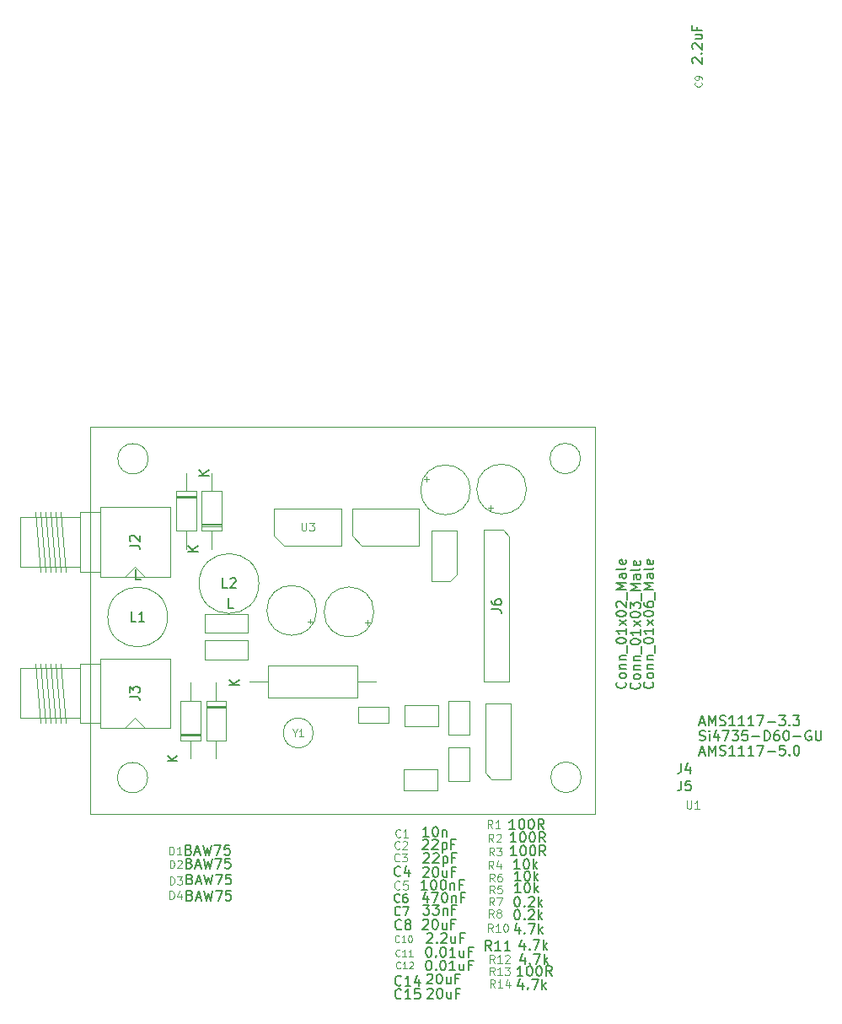
<source format=gbr>
%TF.GenerationSoftware,KiCad,Pcbnew,6.0.2*%
%TF.CreationDate,2022-11-10T22:55:43+01:00*%
%TF.ProjectId,SI4735,53493437-3335-42e6-9b69-6361645f7063,rev?*%
%TF.SameCoordinates,Original*%
%TF.FileFunction,AssemblyDrawing,Top*%
%FSLAX46Y46*%
G04 Gerber Fmt 4.6, Leading zero omitted, Abs format (unit mm)*
G04 Created by KiCad (PCBNEW 6.0.2) date 2022-11-10 22:55:43*
%MOMM*%
%LPD*%
G01*
G04 APERTURE LIST*
%TA.AperFunction,Profile*%
%ADD10C,0.050000*%
%TD*%
%ADD11C,0.150000*%
%ADD12C,0.090000*%
%ADD13C,0.129000*%
%ADD14C,0.102000*%
%ADD15C,0.105000*%
%ADD16C,0.120000*%
%ADD17C,0.100000*%
%TA.AperFunction,Profile*%
%ADD18C,0.100000*%
%TD*%
G04 APERTURE END LIST*
D10*
X243000000Y-45450000D02*
G75*
G03*
X243000000Y-45450000I-1526434J0D01*
G01*
X243076434Y-77450000D02*
G75*
G03*
X243076434Y-77450000I-1526434J0D01*
G01*
X199535580Y-77486292D02*
G75*
G03*
X199535580Y-77486292I-1526434J0D01*
G01*
X244475000Y-81120000D02*
X193725000Y-81120000D01*
X193725000Y-81120000D02*
X193725000Y-42300000D01*
X193725000Y-42300000D02*
X244475000Y-42300000D01*
X244475000Y-42300000D02*
X244475000Y-81120000D01*
X199576434Y-45480000D02*
G75*
G03*
X199576434Y-45480000I-1526434J0D01*
G01*
D11*
%TO.C,C4*%
X227207142Y-86547619D02*
X227254761Y-86500000D01*
X227350000Y-86452380D01*
X227588095Y-86452380D01*
X227683333Y-86500000D01*
X227730952Y-86547619D01*
X227778571Y-86642857D01*
X227778571Y-86738095D01*
X227730952Y-86880952D01*
X227159523Y-87452380D01*
X227778571Y-87452380D01*
X228397619Y-86452380D02*
X228492857Y-86452380D01*
X228588095Y-86500000D01*
X228635714Y-86547619D01*
X228683333Y-86642857D01*
X228730952Y-86833333D01*
X228730952Y-87071428D01*
X228683333Y-87261904D01*
X228635714Y-87357142D01*
X228588095Y-87404761D01*
X228492857Y-87452380D01*
X228397619Y-87452380D01*
X228302380Y-87404761D01*
X228254761Y-87357142D01*
X228207142Y-87261904D01*
X228159523Y-87071428D01*
X228159523Y-86833333D01*
X228207142Y-86642857D01*
X228254761Y-86547619D01*
X228302380Y-86500000D01*
X228397619Y-86452380D01*
X229588095Y-86785714D02*
X229588095Y-87452380D01*
X229159523Y-86785714D02*
X229159523Y-87309523D01*
X229207142Y-87404761D01*
X229302380Y-87452380D01*
X229445238Y-87452380D01*
X229540476Y-87404761D01*
X229588095Y-87357142D01*
X230397619Y-86928571D02*
X230064285Y-86928571D01*
X230064285Y-87452380D02*
X230064285Y-86452380D01*
X230540476Y-86452380D01*
X224923333Y-87287142D02*
X224875714Y-87334761D01*
X224732857Y-87382380D01*
X224637619Y-87382380D01*
X224494761Y-87334761D01*
X224399523Y-87239523D01*
X224351904Y-87144285D01*
X224304285Y-86953809D01*
X224304285Y-86810952D01*
X224351904Y-86620476D01*
X224399523Y-86525238D01*
X224494761Y-86430000D01*
X224637619Y-86382380D01*
X224732857Y-86382380D01*
X224875714Y-86430000D01*
X224923333Y-86477619D01*
X225780476Y-86715714D02*
X225780476Y-87382380D01*
X225542380Y-86334761D02*
X225304285Y-87049047D01*
X225923333Y-87049047D01*
%TO.C,C5*%
X227602380Y-88732380D02*
X227030952Y-88732380D01*
X227316666Y-88732380D02*
X227316666Y-87732380D01*
X227221428Y-87875238D01*
X227126190Y-87970476D01*
X227030952Y-88018095D01*
X228221428Y-87732380D02*
X228316666Y-87732380D01*
X228411904Y-87780000D01*
X228459523Y-87827619D01*
X228507142Y-87922857D01*
X228554761Y-88113333D01*
X228554761Y-88351428D01*
X228507142Y-88541904D01*
X228459523Y-88637142D01*
X228411904Y-88684761D01*
X228316666Y-88732380D01*
X228221428Y-88732380D01*
X228126190Y-88684761D01*
X228078571Y-88637142D01*
X228030952Y-88541904D01*
X227983333Y-88351428D01*
X227983333Y-88113333D01*
X228030952Y-87922857D01*
X228078571Y-87827619D01*
X228126190Y-87780000D01*
X228221428Y-87732380D01*
X229173809Y-87732380D02*
X229269047Y-87732380D01*
X229364285Y-87780000D01*
X229411904Y-87827619D01*
X229459523Y-87922857D01*
X229507142Y-88113333D01*
X229507142Y-88351428D01*
X229459523Y-88541904D01*
X229411904Y-88637142D01*
X229364285Y-88684761D01*
X229269047Y-88732380D01*
X229173809Y-88732380D01*
X229078571Y-88684761D01*
X229030952Y-88637142D01*
X228983333Y-88541904D01*
X228935714Y-88351428D01*
X228935714Y-88113333D01*
X228983333Y-87922857D01*
X229030952Y-87827619D01*
X229078571Y-87780000D01*
X229173809Y-87732380D01*
X229935714Y-88065714D02*
X229935714Y-88732380D01*
X229935714Y-88160952D02*
X229983333Y-88113333D01*
X230078571Y-88065714D01*
X230221428Y-88065714D01*
X230316666Y-88113333D01*
X230364285Y-88208571D01*
X230364285Y-88732380D01*
X231173809Y-88208571D02*
X230840476Y-88208571D01*
X230840476Y-88732380D02*
X230840476Y-87732380D01*
X231316666Y-87732380D01*
D12*
X224840000Y-88661428D02*
X224797142Y-88704285D01*
X224668571Y-88747142D01*
X224582857Y-88747142D01*
X224454285Y-88704285D01*
X224368571Y-88618571D01*
X224325714Y-88532857D01*
X224282857Y-88361428D01*
X224282857Y-88232857D01*
X224325714Y-88061428D01*
X224368571Y-87975714D01*
X224454285Y-87890000D01*
X224582857Y-87847142D01*
X224668571Y-87847142D01*
X224797142Y-87890000D01*
X224840000Y-87932857D01*
X225654285Y-87847142D02*
X225225714Y-87847142D01*
X225182857Y-88275714D01*
X225225714Y-88232857D01*
X225311428Y-88190000D01*
X225525714Y-88190000D01*
X225611428Y-88232857D01*
X225654285Y-88275714D01*
X225697142Y-88361428D01*
X225697142Y-88575714D01*
X225654285Y-88661428D01*
X225611428Y-88704285D01*
X225525714Y-88747142D01*
X225311428Y-88747142D01*
X225225714Y-88704285D01*
X225182857Y-88661428D01*
D11*
%TO.C,C6*%
X227657142Y-89335714D02*
X227657142Y-90002380D01*
X227419047Y-88954761D02*
X227180952Y-89669047D01*
X227800000Y-89669047D01*
X228085714Y-89002380D02*
X228752380Y-89002380D01*
X228323809Y-90002380D01*
X229323809Y-89002380D02*
X229419047Y-89002380D01*
X229514285Y-89050000D01*
X229561904Y-89097619D01*
X229609523Y-89192857D01*
X229657142Y-89383333D01*
X229657142Y-89621428D01*
X229609523Y-89811904D01*
X229561904Y-89907142D01*
X229514285Y-89954761D01*
X229419047Y-90002380D01*
X229323809Y-90002380D01*
X229228571Y-89954761D01*
X229180952Y-89907142D01*
X229133333Y-89811904D01*
X229085714Y-89621428D01*
X229085714Y-89383333D01*
X229133333Y-89192857D01*
X229180952Y-89097619D01*
X229228571Y-89050000D01*
X229323809Y-89002380D01*
X230085714Y-89335714D02*
X230085714Y-90002380D01*
X230085714Y-89430952D02*
X230133333Y-89383333D01*
X230228571Y-89335714D01*
X230371428Y-89335714D01*
X230466666Y-89383333D01*
X230514285Y-89478571D01*
X230514285Y-90002380D01*
X231323809Y-89478571D02*
X230990476Y-89478571D01*
X230990476Y-90002380D02*
X230990476Y-89002380D01*
X231466666Y-89002380D01*
D13*
X224826666Y-89927142D02*
X224785714Y-89968095D01*
X224662857Y-90009047D01*
X224580952Y-90009047D01*
X224458095Y-89968095D01*
X224376190Y-89886190D01*
X224335238Y-89804285D01*
X224294285Y-89640476D01*
X224294285Y-89517619D01*
X224335238Y-89353809D01*
X224376190Y-89271904D01*
X224458095Y-89190000D01*
X224580952Y-89149047D01*
X224662857Y-89149047D01*
X224785714Y-89190000D01*
X224826666Y-89230952D01*
X225563809Y-89149047D02*
X225400000Y-89149047D01*
X225318095Y-89190000D01*
X225277142Y-89230952D01*
X225195238Y-89353809D01*
X225154285Y-89517619D01*
X225154285Y-89845238D01*
X225195238Y-89927142D01*
X225236190Y-89968095D01*
X225318095Y-90009047D01*
X225481904Y-90009047D01*
X225563809Y-89968095D01*
X225604761Y-89927142D01*
X225645714Y-89845238D01*
X225645714Y-89640476D01*
X225604761Y-89558571D01*
X225563809Y-89517619D01*
X225481904Y-89476666D01*
X225318095Y-89476666D01*
X225236190Y-89517619D01*
X225195238Y-89558571D01*
X225154285Y-89640476D01*
D11*
%TO.C,C7*%
X227209523Y-90252380D02*
X227828571Y-90252380D01*
X227495238Y-90633333D01*
X227638095Y-90633333D01*
X227733333Y-90680952D01*
X227780952Y-90728571D01*
X227828571Y-90823809D01*
X227828571Y-91061904D01*
X227780952Y-91157142D01*
X227733333Y-91204761D01*
X227638095Y-91252380D01*
X227352380Y-91252380D01*
X227257142Y-91204761D01*
X227209523Y-91157142D01*
X228161904Y-90252380D02*
X228780952Y-90252380D01*
X228447619Y-90633333D01*
X228590476Y-90633333D01*
X228685714Y-90680952D01*
X228733333Y-90728571D01*
X228780952Y-90823809D01*
X228780952Y-91061904D01*
X228733333Y-91157142D01*
X228685714Y-91204761D01*
X228590476Y-91252380D01*
X228304761Y-91252380D01*
X228209523Y-91204761D01*
X228161904Y-91157142D01*
X229209523Y-90585714D02*
X229209523Y-91252380D01*
X229209523Y-90680952D02*
X229257142Y-90633333D01*
X229352380Y-90585714D01*
X229495238Y-90585714D01*
X229590476Y-90633333D01*
X229638095Y-90728571D01*
X229638095Y-91252380D01*
X230447619Y-90728571D02*
X230114285Y-90728571D01*
X230114285Y-91252380D02*
X230114285Y-90252380D01*
X230590476Y-90252380D01*
D13*
X224896666Y-91217142D02*
X224855714Y-91258095D01*
X224732857Y-91299047D01*
X224650952Y-91299047D01*
X224528095Y-91258095D01*
X224446190Y-91176190D01*
X224405238Y-91094285D01*
X224364285Y-90930476D01*
X224364285Y-90807619D01*
X224405238Y-90643809D01*
X224446190Y-90561904D01*
X224528095Y-90480000D01*
X224650952Y-90439047D01*
X224732857Y-90439047D01*
X224855714Y-90480000D01*
X224896666Y-90520952D01*
X225183333Y-90439047D02*
X225756666Y-90439047D01*
X225388095Y-91299047D01*
D11*
%TO.C,C8*%
X227157142Y-91797619D02*
X227204761Y-91750000D01*
X227300000Y-91702380D01*
X227538095Y-91702380D01*
X227633333Y-91750000D01*
X227680952Y-91797619D01*
X227728571Y-91892857D01*
X227728571Y-91988095D01*
X227680952Y-92130952D01*
X227109523Y-92702380D01*
X227728571Y-92702380D01*
X228347619Y-91702380D02*
X228442857Y-91702380D01*
X228538095Y-91750000D01*
X228585714Y-91797619D01*
X228633333Y-91892857D01*
X228680952Y-92083333D01*
X228680952Y-92321428D01*
X228633333Y-92511904D01*
X228585714Y-92607142D01*
X228538095Y-92654761D01*
X228442857Y-92702380D01*
X228347619Y-92702380D01*
X228252380Y-92654761D01*
X228204761Y-92607142D01*
X228157142Y-92511904D01*
X228109523Y-92321428D01*
X228109523Y-92083333D01*
X228157142Y-91892857D01*
X228204761Y-91797619D01*
X228252380Y-91750000D01*
X228347619Y-91702380D01*
X229538095Y-92035714D02*
X229538095Y-92702380D01*
X229109523Y-92035714D02*
X229109523Y-92559523D01*
X229157142Y-92654761D01*
X229252380Y-92702380D01*
X229395238Y-92702380D01*
X229490476Y-92654761D01*
X229538095Y-92607142D01*
X230347619Y-92178571D02*
X230014285Y-92178571D01*
X230014285Y-92702380D02*
X230014285Y-91702380D01*
X230490476Y-91702380D01*
X225003333Y-92647142D02*
X224955714Y-92694761D01*
X224812857Y-92742380D01*
X224717619Y-92742380D01*
X224574761Y-92694761D01*
X224479523Y-92599523D01*
X224431904Y-92504285D01*
X224384285Y-92313809D01*
X224384285Y-92170952D01*
X224431904Y-91980476D01*
X224479523Y-91885238D01*
X224574761Y-91790000D01*
X224717619Y-91742380D01*
X224812857Y-91742380D01*
X224955714Y-91790000D01*
X225003333Y-91837619D01*
X225574761Y-92170952D02*
X225479523Y-92123333D01*
X225431904Y-92075714D01*
X225384285Y-91980476D01*
X225384285Y-91932857D01*
X225431904Y-91837619D01*
X225479523Y-91790000D01*
X225574761Y-91742380D01*
X225765238Y-91742380D01*
X225860476Y-91790000D01*
X225908095Y-91837619D01*
X225955714Y-91932857D01*
X225955714Y-91980476D01*
X225908095Y-92075714D01*
X225860476Y-92123333D01*
X225765238Y-92170952D01*
X225574761Y-92170952D01*
X225479523Y-92218571D01*
X225431904Y-92266190D01*
X225384285Y-92361428D01*
X225384285Y-92551904D01*
X225431904Y-92647142D01*
X225479523Y-92694761D01*
X225574761Y-92742380D01*
X225765238Y-92742380D01*
X225860476Y-92694761D01*
X225908095Y-92647142D01*
X225955714Y-92551904D01*
X225955714Y-92361428D01*
X225908095Y-92266190D01*
X225860476Y-92218571D01*
X225765238Y-92170952D01*
%TO.C,C9*%
X254322619Y-5775954D02*
X254275000Y-5728335D01*
X254227380Y-5633097D01*
X254227380Y-5395002D01*
X254275000Y-5299763D01*
X254322619Y-5252144D01*
X254417857Y-5204525D01*
X254513095Y-5204525D01*
X254655952Y-5252144D01*
X255227380Y-5823573D01*
X255227380Y-5204525D01*
X255132142Y-4775954D02*
X255179761Y-4728335D01*
X255227380Y-4775954D01*
X255179761Y-4823573D01*
X255132142Y-4775954D01*
X255227380Y-4775954D01*
X254322619Y-4347382D02*
X254275000Y-4299763D01*
X254227380Y-4204525D01*
X254227380Y-3966430D01*
X254275000Y-3871192D01*
X254322619Y-3823573D01*
X254417857Y-3775954D01*
X254513095Y-3775954D01*
X254655952Y-3823573D01*
X255227380Y-4395002D01*
X255227380Y-3775954D01*
X254560714Y-2918811D02*
X255227380Y-2918811D01*
X254560714Y-3347382D02*
X255084523Y-3347382D01*
X255179761Y-3299763D01*
X255227380Y-3204525D01*
X255227380Y-3061668D01*
X255179761Y-2966430D01*
X255132142Y-2918811D01*
X254703571Y-2109287D02*
X254703571Y-2442621D01*
X255227380Y-2442621D02*
X254227380Y-2442621D01*
X254227380Y-1966430D01*
D14*
X255117857Y-7708335D02*
X255150238Y-7740716D01*
X255182619Y-7837859D01*
X255182619Y-7902621D01*
X255150238Y-7999763D01*
X255085476Y-8064525D01*
X255020714Y-8096906D01*
X254891190Y-8129287D01*
X254794047Y-8129287D01*
X254664523Y-8096906D01*
X254599761Y-8064525D01*
X254535000Y-7999763D01*
X254502619Y-7902621D01*
X254502619Y-7837859D01*
X254535000Y-7740716D01*
X254567380Y-7708335D01*
X255182619Y-7384525D02*
X255182619Y-7255002D01*
X255150238Y-7190240D01*
X255117857Y-7157859D01*
X255020714Y-7093097D01*
X254891190Y-7060716D01*
X254632142Y-7060716D01*
X254567380Y-7093097D01*
X254535000Y-7125478D01*
X254502619Y-7190240D01*
X254502619Y-7319763D01*
X254535000Y-7384525D01*
X254567380Y-7416906D01*
X254632142Y-7449287D01*
X254794047Y-7449287D01*
X254858809Y-7416906D01*
X254891190Y-7384525D01*
X254923571Y-7319763D01*
X254923571Y-7190240D01*
X254891190Y-7125478D01*
X254858809Y-7093097D01*
X254794047Y-7060716D01*
D11*
%TO.C,C10*%
X227589047Y-93197619D02*
X227636666Y-93150000D01*
X227731904Y-93102380D01*
X227970000Y-93102380D01*
X228065238Y-93150000D01*
X228112857Y-93197619D01*
X228160476Y-93292857D01*
X228160476Y-93388095D01*
X228112857Y-93530952D01*
X227541428Y-94102380D01*
X228160476Y-94102380D01*
X228589047Y-94007142D02*
X228636666Y-94054761D01*
X228589047Y-94102380D01*
X228541428Y-94054761D01*
X228589047Y-94007142D01*
X228589047Y-94102380D01*
X229017619Y-93197619D02*
X229065238Y-93150000D01*
X229160476Y-93102380D01*
X229398571Y-93102380D01*
X229493809Y-93150000D01*
X229541428Y-93197619D01*
X229589047Y-93292857D01*
X229589047Y-93388095D01*
X229541428Y-93530952D01*
X228970000Y-94102380D01*
X229589047Y-94102380D01*
X230446190Y-93435714D02*
X230446190Y-94102380D01*
X230017619Y-93435714D02*
X230017619Y-93959523D01*
X230065238Y-94054761D01*
X230160476Y-94102380D01*
X230303333Y-94102380D01*
X230398571Y-94054761D01*
X230446190Y-94007142D01*
X231255714Y-93578571D02*
X230922380Y-93578571D01*
X230922380Y-94102380D02*
X230922380Y-93102380D01*
X231398571Y-93102380D01*
D14*
X224782857Y-93942857D02*
X224750476Y-93975238D01*
X224653333Y-94007619D01*
X224588571Y-94007619D01*
X224491428Y-93975238D01*
X224426666Y-93910476D01*
X224394285Y-93845714D01*
X224361904Y-93716190D01*
X224361904Y-93619047D01*
X224394285Y-93489523D01*
X224426666Y-93424761D01*
X224491428Y-93360000D01*
X224588571Y-93327619D01*
X224653333Y-93327619D01*
X224750476Y-93360000D01*
X224782857Y-93392380D01*
X225430476Y-94007619D02*
X225041904Y-94007619D01*
X225236190Y-94007619D02*
X225236190Y-93327619D01*
X225171428Y-93424761D01*
X225106666Y-93489523D01*
X225041904Y-93521904D01*
X225851428Y-93327619D02*
X225916190Y-93327619D01*
X225980952Y-93360000D01*
X226013333Y-93392380D01*
X226045714Y-93457142D01*
X226078095Y-93586666D01*
X226078095Y-93748571D01*
X226045714Y-93878095D01*
X226013333Y-93942857D01*
X225980952Y-93975238D01*
X225916190Y-94007619D01*
X225851428Y-94007619D01*
X225786666Y-93975238D01*
X225754285Y-93942857D01*
X225721904Y-93878095D01*
X225689523Y-93748571D01*
X225689523Y-93586666D01*
X225721904Y-93457142D01*
X225754285Y-93392380D01*
X225786666Y-93360000D01*
X225851428Y-93327619D01*
D11*
%TO.C,C11*%
X227730952Y-94492380D02*
X227826190Y-94492380D01*
X227921428Y-94540000D01*
X227969047Y-94587619D01*
X228016666Y-94682857D01*
X228064285Y-94873333D01*
X228064285Y-95111428D01*
X228016666Y-95301904D01*
X227969047Y-95397142D01*
X227921428Y-95444761D01*
X227826190Y-95492380D01*
X227730952Y-95492380D01*
X227635714Y-95444761D01*
X227588095Y-95397142D01*
X227540476Y-95301904D01*
X227492857Y-95111428D01*
X227492857Y-94873333D01*
X227540476Y-94682857D01*
X227588095Y-94587619D01*
X227635714Y-94540000D01*
X227730952Y-94492380D01*
X228492857Y-95397142D02*
X228540476Y-95444761D01*
X228492857Y-95492380D01*
X228445238Y-95444761D01*
X228492857Y-95397142D01*
X228492857Y-95492380D01*
X229159523Y-94492380D02*
X229254761Y-94492380D01*
X229350000Y-94540000D01*
X229397619Y-94587619D01*
X229445238Y-94682857D01*
X229492857Y-94873333D01*
X229492857Y-95111428D01*
X229445238Y-95301904D01*
X229397619Y-95397142D01*
X229350000Y-95444761D01*
X229254761Y-95492380D01*
X229159523Y-95492380D01*
X229064285Y-95444761D01*
X229016666Y-95397142D01*
X228969047Y-95301904D01*
X228921428Y-95111428D01*
X228921428Y-94873333D01*
X228969047Y-94682857D01*
X229016666Y-94587619D01*
X229064285Y-94540000D01*
X229159523Y-94492380D01*
X230445238Y-95492380D02*
X229873809Y-95492380D01*
X230159523Y-95492380D02*
X230159523Y-94492380D01*
X230064285Y-94635238D01*
X229969047Y-94730476D01*
X229873809Y-94778095D01*
X231302380Y-94825714D02*
X231302380Y-95492380D01*
X230873809Y-94825714D02*
X230873809Y-95349523D01*
X230921428Y-95444761D01*
X231016666Y-95492380D01*
X231159523Y-95492380D01*
X231254761Y-95444761D01*
X231302380Y-95397142D01*
X232111904Y-94968571D02*
X231778571Y-94968571D01*
X231778571Y-95492380D02*
X231778571Y-94492380D01*
X232254761Y-94492380D01*
D14*
X224852857Y-95352857D02*
X224820476Y-95385238D01*
X224723333Y-95417619D01*
X224658571Y-95417619D01*
X224561428Y-95385238D01*
X224496666Y-95320476D01*
X224464285Y-95255714D01*
X224431904Y-95126190D01*
X224431904Y-95029047D01*
X224464285Y-94899523D01*
X224496666Y-94834761D01*
X224561428Y-94770000D01*
X224658571Y-94737619D01*
X224723333Y-94737619D01*
X224820476Y-94770000D01*
X224852857Y-94802380D01*
X225500476Y-95417619D02*
X225111904Y-95417619D01*
X225306190Y-95417619D02*
X225306190Y-94737619D01*
X225241428Y-94834761D01*
X225176666Y-94899523D01*
X225111904Y-94931904D01*
X226148095Y-95417619D02*
X225759523Y-95417619D01*
X225953809Y-95417619D02*
X225953809Y-94737619D01*
X225889047Y-94834761D01*
X225824285Y-94899523D01*
X225759523Y-94931904D01*
D11*
%TO.C,C12*%
X227720952Y-95832380D02*
X227816190Y-95832380D01*
X227911428Y-95880000D01*
X227959047Y-95927619D01*
X228006666Y-96022857D01*
X228054285Y-96213333D01*
X228054285Y-96451428D01*
X228006666Y-96641904D01*
X227959047Y-96737142D01*
X227911428Y-96784761D01*
X227816190Y-96832380D01*
X227720952Y-96832380D01*
X227625714Y-96784761D01*
X227578095Y-96737142D01*
X227530476Y-96641904D01*
X227482857Y-96451428D01*
X227482857Y-96213333D01*
X227530476Y-96022857D01*
X227578095Y-95927619D01*
X227625714Y-95880000D01*
X227720952Y-95832380D01*
X228482857Y-96737142D02*
X228530476Y-96784761D01*
X228482857Y-96832380D01*
X228435238Y-96784761D01*
X228482857Y-96737142D01*
X228482857Y-96832380D01*
X229149523Y-95832380D02*
X229244761Y-95832380D01*
X229340000Y-95880000D01*
X229387619Y-95927619D01*
X229435238Y-96022857D01*
X229482857Y-96213333D01*
X229482857Y-96451428D01*
X229435238Y-96641904D01*
X229387619Y-96737142D01*
X229340000Y-96784761D01*
X229244761Y-96832380D01*
X229149523Y-96832380D01*
X229054285Y-96784761D01*
X229006666Y-96737142D01*
X228959047Y-96641904D01*
X228911428Y-96451428D01*
X228911428Y-96213333D01*
X228959047Y-96022857D01*
X229006666Y-95927619D01*
X229054285Y-95880000D01*
X229149523Y-95832380D01*
X230435238Y-96832380D02*
X229863809Y-96832380D01*
X230149523Y-96832380D02*
X230149523Y-95832380D01*
X230054285Y-95975238D01*
X229959047Y-96070476D01*
X229863809Y-96118095D01*
X231292380Y-96165714D02*
X231292380Y-96832380D01*
X230863809Y-96165714D02*
X230863809Y-96689523D01*
X230911428Y-96784761D01*
X231006666Y-96832380D01*
X231149523Y-96832380D01*
X231244761Y-96784761D01*
X231292380Y-96737142D01*
X232101904Y-96308571D02*
X231768571Y-96308571D01*
X231768571Y-96832380D02*
X231768571Y-95832380D01*
X232244761Y-95832380D01*
D14*
X224902857Y-96582857D02*
X224870476Y-96615238D01*
X224773333Y-96647619D01*
X224708571Y-96647619D01*
X224611428Y-96615238D01*
X224546666Y-96550476D01*
X224514285Y-96485714D01*
X224481904Y-96356190D01*
X224481904Y-96259047D01*
X224514285Y-96129523D01*
X224546666Y-96064761D01*
X224611428Y-96000000D01*
X224708571Y-95967619D01*
X224773333Y-95967619D01*
X224870476Y-96000000D01*
X224902857Y-96032380D01*
X225550476Y-96647619D02*
X225161904Y-96647619D01*
X225356190Y-96647619D02*
X225356190Y-95967619D01*
X225291428Y-96064761D01*
X225226666Y-96129523D01*
X225161904Y-96161904D01*
X225809523Y-96032380D02*
X225841904Y-96000000D01*
X225906666Y-95967619D01*
X226068571Y-95967619D01*
X226133333Y-96000000D01*
X226165714Y-96032380D01*
X226198095Y-96097142D01*
X226198095Y-96161904D01*
X226165714Y-96259047D01*
X225777142Y-96647619D01*
X226198095Y-96647619D01*
D11*
%TO.C,J2*%
X197712380Y-54173333D02*
X198426666Y-54173333D01*
X198569523Y-54220952D01*
X198664761Y-54316190D01*
X198712380Y-54459047D01*
X198712380Y-54554285D01*
X197807619Y-53744761D02*
X197760000Y-53697142D01*
X197712380Y-53601904D01*
X197712380Y-53363809D01*
X197760000Y-53268571D01*
X197807619Y-53220952D01*
X197902857Y-53173333D01*
X197998095Y-53173333D01*
X198140952Y-53220952D01*
X198712380Y-53792380D01*
X198712380Y-53173333D01*
%TO.C,J3*%
X197712380Y-69353333D02*
X198426666Y-69353333D01*
X198569523Y-69400952D01*
X198664761Y-69496190D01*
X198712380Y-69639047D01*
X198712380Y-69734285D01*
X197712380Y-68972380D02*
X197712380Y-68353333D01*
X198093333Y-68686666D01*
X198093333Y-68543809D01*
X198140952Y-68448571D01*
X198188571Y-68400952D01*
X198283809Y-68353333D01*
X198521904Y-68353333D01*
X198617142Y-68400952D01*
X198664761Y-68448571D01*
X198712380Y-68543809D01*
X198712380Y-68829523D01*
X198664761Y-68924761D01*
X198617142Y-68972380D01*
%TO.C,J4*%
X248907142Y-67983333D02*
X248954761Y-68030952D01*
X249002380Y-68173809D01*
X249002380Y-68269047D01*
X248954761Y-68411904D01*
X248859523Y-68507142D01*
X248764285Y-68554761D01*
X248573809Y-68602380D01*
X248430952Y-68602380D01*
X248240476Y-68554761D01*
X248145238Y-68507142D01*
X248050000Y-68411904D01*
X248002380Y-68269047D01*
X248002380Y-68173809D01*
X248050000Y-68030952D01*
X248097619Y-67983333D01*
X249002380Y-67411904D02*
X248954761Y-67507142D01*
X248907142Y-67554761D01*
X248811904Y-67602380D01*
X248526190Y-67602380D01*
X248430952Y-67554761D01*
X248383333Y-67507142D01*
X248335714Y-67411904D01*
X248335714Y-67269047D01*
X248383333Y-67173809D01*
X248430952Y-67126190D01*
X248526190Y-67078571D01*
X248811904Y-67078571D01*
X248907142Y-67126190D01*
X248954761Y-67173809D01*
X249002380Y-67269047D01*
X249002380Y-67411904D01*
X248335714Y-66650000D02*
X249002380Y-66650000D01*
X248430952Y-66650000D02*
X248383333Y-66602380D01*
X248335714Y-66507142D01*
X248335714Y-66364285D01*
X248383333Y-66269047D01*
X248478571Y-66221428D01*
X249002380Y-66221428D01*
X248335714Y-65745238D02*
X249002380Y-65745238D01*
X248430952Y-65745238D02*
X248383333Y-65697619D01*
X248335714Y-65602380D01*
X248335714Y-65459523D01*
X248383333Y-65364285D01*
X248478571Y-65316666D01*
X249002380Y-65316666D01*
X249097619Y-65078571D02*
X249097619Y-64316666D01*
X248002380Y-63888095D02*
X248002380Y-63792857D01*
X248050000Y-63697619D01*
X248097619Y-63650000D01*
X248192857Y-63602380D01*
X248383333Y-63554761D01*
X248621428Y-63554761D01*
X248811904Y-63602380D01*
X248907142Y-63650000D01*
X248954761Y-63697619D01*
X249002380Y-63792857D01*
X249002380Y-63888095D01*
X248954761Y-63983333D01*
X248907142Y-64030952D01*
X248811904Y-64078571D01*
X248621428Y-64126190D01*
X248383333Y-64126190D01*
X248192857Y-64078571D01*
X248097619Y-64030952D01*
X248050000Y-63983333D01*
X248002380Y-63888095D01*
X249002380Y-62602380D02*
X249002380Y-63173809D01*
X249002380Y-62888095D02*
X248002380Y-62888095D01*
X248145238Y-62983333D01*
X248240476Y-63078571D01*
X248288095Y-63173809D01*
X249002380Y-62269047D02*
X248335714Y-61745238D01*
X248335714Y-62269047D02*
X249002380Y-61745238D01*
X248002380Y-61173809D02*
X248002380Y-61078571D01*
X248050000Y-60983333D01*
X248097619Y-60935714D01*
X248192857Y-60888095D01*
X248383333Y-60840476D01*
X248621428Y-60840476D01*
X248811904Y-60888095D01*
X248907142Y-60935714D01*
X248954761Y-60983333D01*
X249002380Y-61078571D01*
X249002380Y-61173809D01*
X248954761Y-61269047D01*
X248907142Y-61316666D01*
X248811904Y-61364285D01*
X248621428Y-61411904D01*
X248383333Y-61411904D01*
X248192857Y-61364285D01*
X248097619Y-61316666D01*
X248050000Y-61269047D01*
X248002380Y-61173809D01*
X248002380Y-60507142D02*
X248002380Y-59888095D01*
X248383333Y-60221428D01*
X248383333Y-60078571D01*
X248430952Y-59983333D01*
X248478571Y-59935714D01*
X248573809Y-59888095D01*
X248811904Y-59888095D01*
X248907142Y-59935714D01*
X248954761Y-59983333D01*
X249002380Y-60078571D01*
X249002380Y-60364285D01*
X248954761Y-60459523D01*
X248907142Y-60507142D01*
X249097619Y-59697619D02*
X249097619Y-58935714D01*
X249002380Y-58697619D02*
X248002380Y-58697619D01*
X248716666Y-58364285D01*
X248002380Y-58030952D01*
X249002380Y-58030952D01*
X249002380Y-57126190D02*
X248478571Y-57126190D01*
X248383333Y-57173809D01*
X248335714Y-57269047D01*
X248335714Y-57459523D01*
X248383333Y-57554761D01*
X248954761Y-57126190D02*
X249002380Y-57221428D01*
X249002380Y-57459523D01*
X248954761Y-57554761D01*
X248859523Y-57602380D01*
X248764285Y-57602380D01*
X248669047Y-57554761D01*
X248621428Y-57459523D01*
X248621428Y-57221428D01*
X248573809Y-57126190D01*
X249002380Y-56507142D02*
X248954761Y-56602380D01*
X248859523Y-56650000D01*
X248002380Y-56650000D01*
X248954761Y-55745238D02*
X249002380Y-55840476D01*
X249002380Y-56030952D01*
X248954761Y-56126190D01*
X248859523Y-56173809D01*
X248478571Y-56173809D01*
X248383333Y-56126190D01*
X248335714Y-56030952D01*
X248335714Y-55840476D01*
X248383333Y-55745238D01*
X248478571Y-55697619D01*
X248573809Y-55697619D01*
X248669047Y-56173809D01*
X253116666Y-76052380D02*
X253116666Y-76766666D01*
X253069047Y-76909523D01*
X252973809Y-77004761D01*
X252830952Y-77052380D01*
X252735714Y-77052380D01*
X254021428Y-76385714D02*
X254021428Y-77052380D01*
X253783333Y-76004761D02*
X253545238Y-76719047D01*
X254164285Y-76719047D01*
%TO.C,J5*%
X247507142Y-67883333D02*
X247554761Y-67930952D01*
X247602380Y-68073809D01*
X247602380Y-68169047D01*
X247554761Y-68311904D01*
X247459523Y-68407142D01*
X247364285Y-68454761D01*
X247173809Y-68502380D01*
X247030952Y-68502380D01*
X246840476Y-68454761D01*
X246745238Y-68407142D01*
X246650000Y-68311904D01*
X246602380Y-68169047D01*
X246602380Y-68073809D01*
X246650000Y-67930952D01*
X246697619Y-67883333D01*
X247602380Y-67311904D02*
X247554761Y-67407142D01*
X247507142Y-67454761D01*
X247411904Y-67502380D01*
X247126190Y-67502380D01*
X247030952Y-67454761D01*
X246983333Y-67407142D01*
X246935714Y-67311904D01*
X246935714Y-67169047D01*
X246983333Y-67073809D01*
X247030952Y-67026190D01*
X247126190Y-66978571D01*
X247411904Y-66978571D01*
X247507142Y-67026190D01*
X247554761Y-67073809D01*
X247602380Y-67169047D01*
X247602380Y-67311904D01*
X246935714Y-66550000D02*
X247602380Y-66550000D01*
X247030952Y-66550000D02*
X246983333Y-66502380D01*
X246935714Y-66407142D01*
X246935714Y-66264285D01*
X246983333Y-66169047D01*
X247078571Y-66121428D01*
X247602380Y-66121428D01*
X246935714Y-65645238D02*
X247602380Y-65645238D01*
X247030952Y-65645238D02*
X246983333Y-65597619D01*
X246935714Y-65502380D01*
X246935714Y-65359523D01*
X246983333Y-65264285D01*
X247078571Y-65216666D01*
X247602380Y-65216666D01*
X247697619Y-64978571D02*
X247697619Y-64216666D01*
X246602380Y-63788095D02*
X246602380Y-63692857D01*
X246650000Y-63597619D01*
X246697619Y-63550000D01*
X246792857Y-63502380D01*
X246983333Y-63454761D01*
X247221428Y-63454761D01*
X247411904Y-63502380D01*
X247507142Y-63550000D01*
X247554761Y-63597619D01*
X247602380Y-63692857D01*
X247602380Y-63788095D01*
X247554761Y-63883333D01*
X247507142Y-63930952D01*
X247411904Y-63978571D01*
X247221428Y-64026190D01*
X246983333Y-64026190D01*
X246792857Y-63978571D01*
X246697619Y-63930952D01*
X246650000Y-63883333D01*
X246602380Y-63788095D01*
X247602380Y-62502380D02*
X247602380Y-63073809D01*
X247602380Y-62788095D02*
X246602380Y-62788095D01*
X246745238Y-62883333D01*
X246840476Y-62978571D01*
X246888095Y-63073809D01*
X247602380Y-62169047D02*
X246935714Y-61645238D01*
X246935714Y-62169047D02*
X247602380Y-61645238D01*
X246602380Y-61073809D02*
X246602380Y-60978571D01*
X246650000Y-60883333D01*
X246697619Y-60835714D01*
X246792857Y-60788095D01*
X246983333Y-60740476D01*
X247221428Y-60740476D01*
X247411904Y-60788095D01*
X247507142Y-60835714D01*
X247554761Y-60883333D01*
X247602380Y-60978571D01*
X247602380Y-61073809D01*
X247554761Y-61169047D01*
X247507142Y-61216666D01*
X247411904Y-61264285D01*
X247221428Y-61311904D01*
X246983333Y-61311904D01*
X246792857Y-61264285D01*
X246697619Y-61216666D01*
X246650000Y-61169047D01*
X246602380Y-61073809D01*
X246697619Y-60359523D02*
X246650000Y-60311904D01*
X246602380Y-60216666D01*
X246602380Y-59978571D01*
X246650000Y-59883333D01*
X246697619Y-59835714D01*
X246792857Y-59788095D01*
X246888095Y-59788095D01*
X247030952Y-59835714D01*
X247602380Y-60407142D01*
X247602380Y-59788095D01*
X247697619Y-59597619D02*
X247697619Y-58835714D01*
X247602380Y-58597619D02*
X246602380Y-58597619D01*
X247316666Y-58264285D01*
X246602380Y-57930952D01*
X247602380Y-57930952D01*
X247602380Y-57026190D02*
X247078571Y-57026190D01*
X246983333Y-57073809D01*
X246935714Y-57169047D01*
X246935714Y-57359523D01*
X246983333Y-57454761D01*
X247554761Y-57026190D02*
X247602380Y-57121428D01*
X247602380Y-57359523D01*
X247554761Y-57454761D01*
X247459523Y-57502380D01*
X247364285Y-57502380D01*
X247269047Y-57454761D01*
X247221428Y-57359523D01*
X247221428Y-57121428D01*
X247173809Y-57026190D01*
X247602380Y-56407142D02*
X247554761Y-56502380D01*
X247459523Y-56550000D01*
X246602380Y-56550000D01*
X247554761Y-55645238D02*
X247602380Y-55740476D01*
X247602380Y-55930952D01*
X247554761Y-56026190D01*
X247459523Y-56073809D01*
X247078571Y-56073809D01*
X246983333Y-56026190D01*
X246935714Y-55930952D01*
X246935714Y-55740476D01*
X246983333Y-55645238D01*
X247078571Y-55597619D01*
X247173809Y-55597619D01*
X247269047Y-56073809D01*
X253116666Y-77802380D02*
X253116666Y-78516666D01*
X253069047Y-78659523D01*
X252973809Y-78754761D01*
X252830952Y-78802380D01*
X252735714Y-78802380D01*
X254069047Y-77802380D02*
X253592857Y-77802380D01*
X253545238Y-78278571D01*
X253592857Y-78230952D01*
X253688095Y-78183333D01*
X253926190Y-78183333D01*
X254021428Y-78230952D01*
X254069047Y-78278571D01*
X254116666Y-78373809D01*
X254116666Y-78611904D01*
X254069047Y-78707142D01*
X254021428Y-78754761D01*
X253926190Y-78802380D01*
X253688095Y-78802380D01*
X253592857Y-78754761D01*
X253545238Y-78707142D01*
D15*
%TO.C,Y1*%
X214316666Y-72983333D02*
X214316666Y-73316666D01*
X214083333Y-72616666D02*
X214316666Y-72983333D01*
X214550000Y-72616666D01*
X215150000Y-73316666D02*
X214750000Y-73316666D01*
X214950000Y-73316666D02*
X214950000Y-72616666D01*
X214883333Y-72716666D01*
X214816666Y-72783333D01*
X214750000Y-72816666D01*
D11*
%TO.C,R11*%
X237351428Y-94105714D02*
X237351428Y-94772380D01*
X237113333Y-93724761D02*
X236875238Y-94439047D01*
X237494285Y-94439047D01*
X237875238Y-94677142D02*
X237922857Y-94724761D01*
X237875238Y-94772380D01*
X237827619Y-94724761D01*
X237875238Y-94677142D01*
X237875238Y-94772380D01*
X238256190Y-93772380D02*
X238922857Y-93772380D01*
X238494285Y-94772380D01*
X239303809Y-94772380D02*
X239303809Y-93772380D01*
X239399047Y-94391428D02*
X239684761Y-94772380D01*
X239684761Y-94105714D02*
X239303809Y-94486666D01*
X234037142Y-94842380D02*
X233703809Y-94366190D01*
X233465714Y-94842380D02*
X233465714Y-93842380D01*
X233846666Y-93842380D01*
X233941904Y-93890000D01*
X233989523Y-93937619D01*
X234037142Y-94032857D01*
X234037142Y-94175714D01*
X233989523Y-94270952D01*
X233941904Y-94318571D01*
X233846666Y-94366190D01*
X233465714Y-94366190D01*
X234989523Y-94842380D02*
X234418095Y-94842380D01*
X234703809Y-94842380D02*
X234703809Y-93842380D01*
X234608571Y-93985238D01*
X234513333Y-94080476D01*
X234418095Y-94128095D01*
X235941904Y-94842380D02*
X235370476Y-94842380D01*
X235656190Y-94842380D02*
X235656190Y-93842380D01*
X235560952Y-93985238D01*
X235465714Y-94080476D01*
X235370476Y-94128095D01*
%TO.C,D4*%
X203779047Y-89288571D02*
X203921904Y-89336190D01*
X203969523Y-89383809D01*
X204017142Y-89479047D01*
X204017142Y-89621904D01*
X203969523Y-89717142D01*
X203921904Y-89764761D01*
X203826666Y-89812380D01*
X203445714Y-89812380D01*
X203445714Y-88812380D01*
X203779047Y-88812380D01*
X203874285Y-88860000D01*
X203921904Y-88907619D01*
X203969523Y-89002857D01*
X203969523Y-89098095D01*
X203921904Y-89193333D01*
X203874285Y-89240952D01*
X203779047Y-89288571D01*
X203445714Y-89288571D01*
X204398095Y-89526666D02*
X204874285Y-89526666D01*
X204302857Y-89812380D02*
X204636190Y-88812380D01*
X204969523Y-89812380D01*
X205207619Y-88812380D02*
X205445714Y-89812380D01*
X205636190Y-89098095D01*
X205826666Y-89812380D01*
X206064761Y-88812380D01*
X206350476Y-88812380D02*
X207017142Y-88812380D01*
X206588571Y-89812380D01*
X207874285Y-88812380D02*
X207398095Y-88812380D01*
X207350476Y-89288571D01*
X207398095Y-89240952D01*
X207493333Y-89193333D01*
X207731428Y-89193333D01*
X207826666Y-89240952D01*
X207874285Y-89288571D01*
X207921904Y-89383809D01*
X207921904Y-89621904D01*
X207874285Y-89717142D01*
X207826666Y-89764761D01*
X207731428Y-89812380D01*
X207493333Y-89812380D01*
X207398095Y-89764761D01*
X207350476Y-89717142D01*
X204602380Y-54791904D02*
X203602380Y-54791904D01*
X204602380Y-54220476D02*
X204030952Y-54649047D01*
X203602380Y-54220476D02*
X204173809Y-54791904D01*
D16*
X201739523Y-89671904D02*
X201739523Y-88871904D01*
X201930000Y-88871904D01*
X202044285Y-88910000D01*
X202120476Y-88986190D01*
X202158571Y-89062380D01*
X202196666Y-89214761D01*
X202196666Y-89329047D01*
X202158571Y-89481428D01*
X202120476Y-89557619D01*
X202044285Y-89633809D01*
X201930000Y-89671904D01*
X201739523Y-89671904D01*
X202882380Y-89138571D02*
X202882380Y-89671904D01*
X202691904Y-88833809D02*
X202501428Y-89405238D01*
X202996666Y-89405238D01*
D11*
%TO.C,C14*%
X227587142Y-97277619D02*
X227634761Y-97230000D01*
X227730000Y-97182380D01*
X227968095Y-97182380D01*
X228063333Y-97230000D01*
X228110952Y-97277619D01*
X228158571Y-97372857D01*
X228158571Y-97468095D01*
X228110952Y-97610952D01*
X227539523Y-98182380D01*
X228158571Y-98182380D01*
X228777619Y-97182380D02*
X228872857Y-97182380D01*
X228968095Y-97230000D01*
X229015714Y-97277619D01*
X229063333Y-97372857D01*
X229110952Y-97563333D01*
X229110952Y-97801428D01*
X229063333Y-97991904D01*
X229015714Y-98087142D01*
X228968095Y-98134761D01*
X228872857Y-98182380D01*
X228777619Y-98182380D01*
X228682380Y-98134761D01*
X228634761Y-98087142D01*
X228587142Y-97991904D01*
X228539523Y-97801428D01*
X228539523Y-97563333D01*
X228587142Y-97372857D01*
X228634761Y-97277619D01*
X228682380Y-97230000D01*
X228777619Y-97182380D01*
X229968095Y-97515714D02*
X229968095Y-98182380D01*
X229539523Y-97515714D02*
X229539523Y-98039523D01*
X229587142Y-98134761D01*
X229682380Y-98182380D01*
X229825238Y-98182380D01*
X229920476Y-98134761D01*
X229968095Y-98087142D01*
X230777619Y-97658571D02*
X230444285Y-97658571D01*
X230444285Y-98182380D02*
X230444285Y-97182380D01*
X230920476Y-97182380D01*
X224997142Y-98277142D02*
X224949523Y-98324761D01*
X224806666Y-98372380D01*
X224711428Y-98372380D01*
X224568571Y-98324761D01*
X224473333Y-98229523D01*
X224425714Y-98134285D01*
X224378095Y-97943809D01*
X224378095Y-97800952D01*
X224425714Y-97610476D01*
X224473333Y-97515238D01*
X224568571Y-97420000D01*
X224711428Y-97372380D01*
X224806666Y-97372380D01*
X224949523Y-97420000D01*
X224997142Y-97467619D01*
X225949523Y-98372380D02*
X225378095Y-98372380D01*
X225663809Y-98372380D02*
X225663809Y-97372380D01*
X225568571Y-97515238D01*
X225473333Y-97610476D01*
X225378095Y-97658095D01*
X226806666Y-97705714D02*
X226806666Y-98372380D01*
X226568571Y-97324761D02*
X226330476Y-98039047D01*
X226949523Y-98039047D01*
%TO.C,L2*%
X208109523Y-60452380D02*
X207633333Y-60452380D01*
X207633333Y-59452380D01*
X207533333Y-58452380D02*
X207057142Y-58452380D01*
X207057142Y-57452380D01*
X207819047Y-57547619D02*
X207866666Y-57500000D01*
X207961904Y-57452380D01*
X208200000Y-57452380D01*
X208295238Y-57500000D01*
X208342857Y-57547619D01*
X208390476Y-57642857D01*
X208390476Y-57738095D01*
X208342857Y-57880952D01*
X207771428Y-58452380D01*
X208390476Y-58452380D01*
%TO.C,D1*%
X203669047Y-84728571D02*
X203811904Y-84776190D01*
X203859523Y-84823809D01*
X203907142Y-84919047D01*
X203907142Y-85061904D01*
X203859523Y-85157142D01*
X203811904Y-85204761D01*
X203716666Y-85252380D01*
X203335714Y-85252380D01*
X203335714Y-84252380D01*
X203669047Y-84252380D01*
X203764285Y-84300000D01*
X203811904Y-84347619D01*
X203859523Y-84442857D01*
X203859523Y-84538095D01*
X203811904Y-84633333D01*
X203764285Y-84680952D01*
X203669047Y-84728571D01*
X203335714Y-84728571D01*
X204288095Y-84966666D02*
X204764285Y-84966666D01*
X204192857Y-85252380D02*
X204526190Y-84252380D01*
X204859523Y-85252380D01*
X205097619Y-84252380D02*
X205335714Y-85252380D01*
X205526190Y-84538095D01*
X205716666Y-85252380D01*
X205954761Y-84252380D01*
X206240476Y-84252380D02*
X206907142Y-84252380D01*
X206478571Y-85252380D01*
X207764285Y-84252380D02*
X207288095Y-84252380D01*
X207240476Y-84728571D01*
X207288095Y-84680952D01*
X207383333Y-84633333D01*
X207621428Y-84633333D01*
X207716666Y-84680952D01*
X207764285Y-84728571D01*
X207811904Y-84823809D01*
X207811904Y-85061904D01*
X207764285Y-85157142D01*
X207716666Y-85204761D01*
X207621428Y-85252380D01*
X207383333Y-85252380D01*
X207288095Y-85204761D01*
X207240476Y-85157142D01*
D16*
X201709523Y-85211904D02*
X201709523Y-84411904D01*
X201900000Y-84411904D01*
X202014285Y-84450000D01*
X202090476Y-84526190D01*
X202128571Y-84602380D01*
X202166666Y-84754761D01*
X202166666Y-84869047D01*
X202128571Y-85021428D01*
X202090476Y-85097619D01*
X202014285Y-85173809D01*
X201900000Y-85211904D01*
X201709523Y-85211904D01*
X202928571Y-85211904D02*
X202471428Y-85211904D01*
X202700000Y-85211904D02*
X202700000Y-84411904D01*
X202623809Y-84526190D01*
X202547619Y-84602380D01*
X202471428Y-84640476D01*
D11*
X202502380Y-75831904D02*
X201502380Y-75831904D01*
X202502380Y-75260476D02*
X201930952Y-75689047D01*
X201502380Y-75260476D02*
X202073809Y-75831904D01*
%TO.C,C15*%
X227627142Y-98747619D02*
X227674761Y-98700000D01*
X227770000Y-98652380D01*
X228008095Y-98652380D01*
X228103333Y-98700000D01*
X228150952Y-98747619D01*
X228198571Y-98842857D01*
X228198571Y-98938095D01*
X228150952Y-99080952D01*
X227579523Y-99652380D01*
X228198571Y-99652380D01*
X228817619Y-98652380D02*
X228912857Y-98652380D01*
X229008095Y-98700000D01*
X229055714Y-98747619D01*
X229103333Y-98842857D01*
X229150952Y-99033333D01*
X229150952Y-99271428D01*
X229103333Y-99461904D01*
X229055714Y-99557142D01*
X229008095Y-99604761D01*
X228912857Y-99652380D01*
X228817619Y-99652380D01*
X228722380Y-99604761D01*
X228674761Y-99557142D01*
X228627142Y-99461904D01*
X228579523Y-99271428D01*
X228579523Y-99033333D01*
X228627142Y-98842857D01*
X228674761Y-98747619D01*
X228722380Y-98700000D01*
X228817619Y-98652380D01*
X230008095Y-98985714D02*
X230008095Y-99652380D01*
X229579523Y-98985714D02*
X229579523Y-99509523D01*
X229627142Y-99604761D01*
X229722380Y-99652380D01*
X229865238Y-99652380D01*
X229960476Y-99604761D01*
X230008095Y-99557142D01*
X230817619Y-99128571D02*
X230484285Y-99128571D01*
X230484285Y-99652380D02*
X230484285Y-98652380D01*
X230960476Y-98652380D01*
X224997142Y-99597142D02*
X224949523Y-99644761D01*
X224806666Y-99692380D01*
X224711428Y-99692380D01*
X224568571Y-99644761D01*
X224473333Y-99549523D01*
X224425714Y-99454285D01*
X224378095Y-99263809D01*
X224378095Y-99120952D01*
X224425714Y-98930476D01*
X224473333Y-98835238D01*
X224568571Y-98740000D01*
X224711428Y-98692380D01*
X224806666Y-98692380D01*
X224949523Y-98740000D01*
X224997142Y-98787619D01*
X225949523Y-99692380D02*
X225378095Y-99692380D01*
X225663809Y-99692380D02*
X225663809Y-98692380D01*
X225568571Y-98835238D01*
X225473333Y-98930476D01*
X225378095Y-98978095D01*
X226854285Y-98692380D02*
X226378095Y-98692380D01*
X226330476Y-99168571D01*
X226378095Y-99120952D01*
X226473333Y-99073333D01*
X226711428Y-99073333D01*
X226806666Y-99120952D01*
X226854285Y-99168571D01*
X226901904Y-99263809D01*
X226901904Y-99501904D01*
X226854285Y-99597142D01*
X226806666Y-99644761D01*
X226711428Y-99692380D01*
X226473333Y-99692380D01*
X226378095Y-99644761D01*
X226330476Y-99597142D01*
%TO.C,U1*%
X255000000Y-71966666D02*
X255476190Y-71966666D01*
X254904761Y-72252380D02*
X255238095Y-71252380D01*
X255571428Y-72252380D01*
X255904761Y-72252380D02*
X255904761Y-71252380D01*
X256238095Y-71966666D01*
X256571428Y-71252380D01*
X256571428Y-72252380D01*
X257000000Y-72204761D02*
X257142857Y-72252380D01*
X257380952Y-72252380D01*
X257476190Y-72204761D01*
X257523809Y-72157142D01*
X257571428Y-72061904D01*
X257571428Y-71966666D01*
X257523809Y-71871428D01*
X257476190Y-71823809D01*
X257380952Y-71776190D01*
X257190476Y-71728571D01*
X257095238Y-71680952D01*
X257047619Y-71633333D01*
X257000000Y-71538095D01*
X257000000Y-71442857D01*
X257047619Y-71347619D01*
X257095238Y-71300000D01*
X257190476Y-71252380D01*
X257428571Y-71252380D01*
X257571428Y-71300000D01*
X258523809Y-72252380D02*
X257952380Y-72252380D01*
X258238095Y-72252380D02*
X258238095Y-71252380D01*
X258142857Y-71395238D01*
X258047619Y-71490476D01*
X257952380Y-71538095D01*
X259476190Y-72252380D02*
X258904761Y-72252380D01*
X259190476Y-72252380D02*
X259190476Y-71252380D01*
X259095238Y-71395238D01*
X259000000Y-71490476D01*
X258904761Y-71538095D01*
X260428571Y-72252380D02*
X259857142Y-72252380D01*
X260142857Y-72252380D02*
X260142857Y-71252380D01*
X260047619Y-71395238D01*
X259952380Y-71490476D01*
X259857142Y-71538095D01*
X260761904Y-71252380D02*
X261428571Y-71252380D01*
X261000000Y-72252380D01*
X261809523Y-71871428D02*
X262571428Y-71871428D01*
X262952380Y-71252380D02*
X263571428Y-71252380D01*
X263238095Y-71633333D01*
X263380952Y-71633333D01*
X263476190Y-71680952D01*
X263523809Y-71728571D01*
X263571428Y-71823809D01*
X263571428Y-72061904D01*
X263523809Y-72157142D01*
X263476190Y-72204761D01*
X263380952Y-72252380D01*
X263095238Y-72252380D01*
X263000000Y-72204761D01*
X262952380Y-72157142D01*
X264000000Y-72157142D02*
X264047619Y-72204761D01*
X264000000Y-72252380D01*
X263952380Y-72204761D01*
X264000000Y-72157142D01*
X264000000Y-72252380D01*
X264380952Y-71252380D02*
X265000000Y-71252380D01*
X264666666Y-71633333D01*
X264809523Y-71633333D01*
X264904761Y-71680952D01*
X264952380Y-71728571D01*
X265000000Y-71823809D01*
X265000000Y-72061904D01*
X264952380Y-72157142D01*
X264904761Y-72204761D01*
X264809523Y-72252380D01*
X264523809Y-72252380D01*
X264428571Y-72204761D01*
X264380952Y-72157142D01*
D16*
X253690476Y-79811904D02*
X253690476Y-80459523D01*
X253728571Y-80535714D01*
X253766666Y-80573809D01*
X253842857Y-80611904D01*
X253995238Y-80611904D01*
X254071428Y-80573809D01*
X254109523Y-80535714D01*
X254147619Y-80459523D01*
X254147619Y-79811904D01*
X254947619Y-80611904D02*
X254490476Y-80611904D01*
X254719047Y-80611904D02*
X254719047Y-79811904D01*
X254642857Y-79926190D01*
X254566666Y-80002380D01*
X254490476Y-80040476D01*
D11*
%TO.C,D3*%
X203779047Y-87668571D02*
X203921904Y-87716190D01*
X203969523Y-87763809D01*
X204017142Y-87859047D01*
X204017142Y-88001904D01*
X203969523Y-88097142D01*
X203921904Y-88144761D01*
X203826666Y-88192380D01*
X203445714Y-88192380D01*
X203445714Y-87192380D01*
X203779047Y-87192380D01*
X203874285Y-87240000D01*
X203921904Y-87287619D01*
X203969523Y-87382857D01*
X203969523Y-87478095D01*
X203921904Y-87573333D01*
X203874285Y-87620952D01*
X203779047Y-87668571D01*
X203445714Y-87668571D01*
X204398095Y-87906666D02*
X204874285Y-87906666D01*
X204302857Y-88192380D02*
X204636190Y-87192380D01*
X204969523Y-88192380D01*
X205207619Y-87192380D02*
X205445714Y-88192380D01*
X205636190Y-87478095D01*
X205826666Y-88192380D01*
X206064761Y-87192380D01*
X206350476Y-87192380D02*
X207017142Y-87192380D01*
X206588571Y-88192380D01*
X207874285Y-87192380D02*
X207398095Y-87192380D01*
X207350476Y-87668571D01*
X207398095Y-87620952D01*
X207493333Y-87573333D01*
X207731428Y-87573333D01*
X207826666Y-87620952D01*
X207874285Y-87668571D01*
X207921904Y-87763809D01*
X207921904Y-88001904D01*
X207874285Y-88097142D01*
X207826666Y-88144761D01*
X207731428Y-88192380D01*
X207493333Y-88192380D01*
X207398095Y-88144761D01*
X207350476Y-88097142D01*
D16*
X201789523Y-88221904D02*
X201789523Y-87421904D01*
X201980000Y-87421904D01*
X202094285Y-87460000D01*
X202170476Y-87536190D01*
X202208571Y-87612380D01*
X202246666Y-87764761D01*
X202246666Y-87879047D01*
X202208571Y-88031428D01*
X202170476Y-88107619D01*
X202094285Y-88183809D01*
X201980000Y-88221904D01*
X201789523Y-88221904D01*
X202513333Y-87421904D02*
X203008571Y-87421904D01*
X202741904Y-87726666D01*
X202856190Y-87726666D01*
X202932380Y-87764761D01*
X202970476Y-87802857D01*
X203008571Y-87879047D01*
X203008571Y-88069523D01*
X202970476Y-88145714D01*
X202932380Y-88183809D01*
X202856190Y-88221904D01*
X202627619Y-88221904D01*
X202551428Y-88183809D01*
X202513333Y-88145714D01*
D11*
X205652380Y-47161904D02*
X204652380Y-47161904D01*
X205652380Y-46590476D02*
X205080952Y-47019047D01*
X204652380Y-46590476D02*
X205223809Y-47161904D01*
%TO.C,L1*%
X198829523Y-57562380D02*
X198353333Y-57562380D01*
X198353333Y-56562380D01*
X198353333Y-61812380D02*
X197877142Y-61812380D01*
X197877142Y-60812380D01*
X199210476Y-61812380D02*
X198639047Y-61812380D01*
X198924761Y-61812380D02*
X198924761Y-60812380D01*
X198829523Y-60955238D01*
X198734285Y-61050476D01*
X198639047Y-61098095D01*
%TO.C,U3*%
X255000000Y-74966666D02*
X255476190Y-74966666D01*
X254904761Y-75252380D02*
X255238095Y-74252380D01*
X255571428Y-75252380D01*
X255904761Y-75252380D02*
X255904761Y-74252380D01*
X256238095Y-74966666D01*
X256571428Y-74252380D01*
X256571428Y-75252380D01*
X257000000Y-75204761D02*
X257142857Y-75252380D01*
X257380952Y-75252380D01*
X257476190Y-75204761D01*
X257523809Y-75157142D01*
X257571428Y-75061904D01*
X257571428Y-74966666D01*
X257523809Y-74871428D01*
X257476190Y-74823809D01*
X257380952Y-74776190D01*
X257190476Y-74728571D01*
X257095238Y-74680952D01*
X257047619Y-74633333D01*
X257000000Y-74538095D01*
X257000000Y-74442857D01*
X257047619Y-74347619D01*
X257095238Y-74300000D01*
X257190476Y-74252380D01*
X257428571Y-74252380D01*
X257571428Y-74300000D01*
X258523809Y-75252380D02*
X257952380Y-75252380D01*
X258238095Y-75252380D02*
X258238095Y-74252380D01*
X258142857Y-74395238D01*
X258047619Y-74490476D01*
X257952380Y-74538095D01*
X259476190Y-75252380D02*
X258904761Y-75252380D01*
X259190476Y-75252380D02*
X259190476Y-74252380D01*
X259095238Y-74395238D01*
X259000000Y-74490476D01*
X258904761Y-74538095D01*
X260428571Y-75252380D02*
X259857142Y-75252380D01*
X260142857Y-75252380D02*
X260142857Y-74252380D01*
X260047619Y-74395238D01*
X259952380Y-74490476D01*
X259857142Y-74538095D01*
X260761904Y-74252380D02*
X261428571Y-74252380D01*
X261000000Y-75252380D01*
X261809523Y-74871428D02*
X262571428Y-74871428D01*
X263523809Y-74252380D02*
X263047619Y-74252380D01*
X263000000Y-74728571D01*
X263047619Y-74680952D01*
X263142857Y-74633333D01*
X263380952Y-74633333D01*
X263476190Y-74680952D01*
X263523809Y-74728571D01*
X263571428Y-74823809D01*
X263571428Y-75061904D01*
X263523809Y-75157142D01*
X263476190Y-75204761D01*
X263380952Y-75252380D01*
X263142857Y-75252380D01*
X263047619Y-75204761D01*
X263000000Y-75157142D01*
X264000000Y-75157142D02*
X264047619Y-75204761D01*
X264000000Y-75252380D01*
X263952380Y-75204761D01*
X264000000Y-75157142D01*
X264000000Y-75252380D01*
X264666666Y-74252380D02*
X264761904Y-74252380D01*
X264857142Y-74300000D01*
X264904761Y-74347619D01*
X264952380Y-74442857D01*
X265000000Y-74633333D01*
X265000000Y-74871428D01*
X264952380Y-75061904D01*
X264904761Y-75157142D01*
X264857142Y-75204761D01*
X264761904Y-75252380D01*
X264666666Y-75252380D01*
X264571428Y-75204761D01*
X264523809Y-75157142D01*
X264476190Y-75061904D01*
X264428571Y-74871428D01*
X264428571Y-74633333D01*
X264476190Y-74442857D01*
X264523809Y-74347619D01*
X264571428Y-74300000D01*
X264666666Y-74252380D01*
D16*
X214990476Y-51911904D02*
X214990476Y-52559523D01*
X215028571Y-52635714D01*
X215066666Y-52673809D01*
X215142857Y-52711904D01*
X215295238Y-52711904D01*
X215371428Y-52673809D01*
X215409523Y-52635714D01*
X215447619Y-52559523D01*
X215447619Y-51911904D01*
X215752380Y-51911904D02*
X216247619Y-51911904D01*
X215980952Y-52216666D01*
X216095238Y-52216666D01*
X216171428Y-52254761D01*
X216209523Y-52292857D01*
X216247619Y-52369047D01*
X216247619Y-52559523D01*
X216209523Y-52635714D01*
X216171428Y-52673809D01*
X216095238Y-52711904D01*
X215866666Y-52711904D01*
X215790476Y-52673809D01*
X215752380Y-52635714D01*
D11*
%TO.C,J6*%
X250257142Y-67883333D02*
X250304761Y-67930952D01*
X250352380Y-68073809D01*
X250352380Y-68169047D01*
X250304761Y-68311904D01*
X250209523Y-68407142D01*
X250114285Y-68454761D01*
X249923809Y-68502380D01*
X249780952Y-68502380D01*
X249590476Y-68454761D01*
X249495238Y-68407142D01*
X249400000Y-68311904D01*
X249352380Y-68169047D01*
X249352380Y-68073809D01*
X249400000Y-67930952D01*
X249447619Y-67883333D01*
X250352380Y-67311904D02*
X250304761Y-67407142D01*
X250257142Y-67454761D01*
X250161904Y-67502380D01*
X249876190Y-67502380D01*
X249780952Y-67454761D01*
X249733333Y-67407142D01*
X249685714Y-67311904D01*
X249685714Y-67169047D01*
X249733333Y-67073809D01*
X249780952Y-67026190D01*
X249876190Y-66978571D01*
X250161904Y-66978571D01*
X250257142Y-67026190D01*
X250304761Y-67073809D01*
X250352380Y-67169047D01*
X250352380Y-67311904D01*
X249685714Y-66550000D02*
X250352380Y-66550000D01*
X249780952Y-66550000D02*
X249733333Y-66502380D01*
X249685714Y-66407142D01*
X249685714Y-66264285D01*
X249733333Y-66169047D01*
X249828571Y-66121428D01*
X250352380Y-66121428D01*
X249685714Y-65645238D02*
X250352380Y-65645238D01*
X249780952Y-65645238D02*
X249733333Y-65597619D01*
X249685714Y-65502380D01*
X249685714Y-65359523D01*
X249733333Y-65264285D01*
X249828571Y-65216666D01*
X250352380Y-65216666D01*
X250447619Y-64978571D02*
X250447619Y-64216666D01*
X249352380Y-63788095D02*
X249352380Y-63692857D01*
X249400000Y-63597619D01*
X249447619Y-63550000D01*
X249542857Y-63502380D01*
X249733333Y-63454761D01*
X249971428Y-63454761D01*
X250161904Y-63502380D01*
X250257142Y-63550000D01*
X250304761Y-63597619D01*
X250352380Y-63692857D01*
X250352380Y-63788095D01*
X250304761Y-63883333D01*
X250257142Y-63930952D01*
X250161904Y-63978571D01*
X249971428Y-64026190D01*
X249733333Y-64026190D01*
X249542857Y-63978571D01*
X249447619Y-63930952D01*
X249400000Y-63883333D01*
X249352380Y-63788095D01*
X250352380Y-62502380D02*
X250352380Y-63073809D01*
X250352380Y-62788095D02*
X249352380Y-62788095D01*
X249495238Y-62883333D01*
X249590476Y-62978571D01*
X249638095Y-63073809D01*
X250352380Y-62169047D02*
X249685714Y-61645238D01*
X249685714Y-62169047D02*
X250352380Y-61645238D01*
X249352380Y-61073809D02*
X249352380Y-60978571D01*
X249400000Y-60883333D01*
X249447619Y-60835714D01*
X249542857Y-60788095D01*
X249733333Y-60740476D01*
X249971428Y-60740476D01*
X250161904Y-60788095D01*
X250257142Y-60835714D01*
X250304761Y-60883333D01*
X250352380Y-60978571D01*
X250352380Y-61073809D01*
X250304761Y-61169047D01*
X250257142Y-61216666D01*
X250161904Y-61264285D01*
X249971428Y-61311904D01*
X249733333Y-61311904D01*
X249542857Y-61264285D01*
X249447619Y-61216666D01*
X249400000Y-61169047D01*
X249352380Y-61073809D01*
X249352380Y-59883333D02*
X249352380Y-60073809D01*
X249400000Y-60169047D01*
X249447619Y-60216666D01*
X249590476Y-60311904D01*
X249780952Y-60359523D01*
X250161904Y-60359523D01*
X250257142Y-60311904D01*
X250304761Y-60264285D01*
X250352380Y-60169047D01*
X250352380Y-59978571D01*
X250304761Y-59883333D01*
X250257142Y-59835714D01*
X250161904Y-59788095D01*
X249923809Y-59788095D01*
X249828571Y-59835714D01*
X249780952Y-59883333D01*
X249733333Y-59978571D01*
X249733333Y-60169047D01*
X249780952Y-60264285D01*
X249828571Y-60311904D01*
X249923809Y-60359523D01*
X250447619Y-59597619D02*
X250447619Y-58835714D01*
X250352380Y-58597619D02*
X249352380Y-58597619D01*
X250066666Y-58264285D01*
X249352380Y-57930952D01*
X250352380Y-57930952D01*
X250352380Y-57026190D02*
X249828571Y-57026190D01*
X249733333Y-57073809D01*
X249685714Y-57169047D01*
X249685714Y-57359523D01*
X249733333Y-57454761D01*
X250304761Y-57026190D02*
X250352380Y-57121428D01*
X250352380Y-57359523D01*
X250304761Y-57454761D01*
X250209523Y-57502380D01*
X250114285Y-57502380D01*
X250019047Y-57454761D01*
X249971428Y-57359523D01*
X249971428Y-57121428D01*
X249923809Y-57026190D01*
X250352380Y-56407142D02*
X250304761Y-56502380D01*
X250209523Y-56550000D01*
X249352380Y-56550000D01*
X250304761Y-55645238D02*
X250352380Y-55740476D01*
X250352380Y-55930952D01*
X250304761Y-56026190D01*
X250209523Y-56073809D01*
X249828571Y-56073809D01*
X249733333Y-56026190D01*
X249685714Y-55930952D01*
X249685714Y-55740476D01*
X249733333Y-55645238D01*
X249828571Y-55597619D01*
X249923809Y-55597619D01*
X250019047Y-56073809D01*
X234052380Y-60583333D02*
X234766666Y-60583333D01*
X234909523Y-60630952D01*
X235004761Y-60726190D01*
X235052380Y-60869047D01*
X235052380Y-60964285D01*
X234052380Y-59678571D02*
X234052380Y-59869047D01*
X234100000Y-59964285D01*
X234147619Y-60011904D01*
X234290476Y-60107142D01*
X234480952Y-60154761D01*
X234861904Y-60154761D01*
X234957142Y-60107142D01*
X235004761Y-60059523D01*
X235052380Y-59964285D01*
X235052380Y-59773809D01*
X235004761Y-59678571D01*
X234957142Y-59630952D01*
X234861904Y-59583333D01*
X234623809Y-59583333D01*
X234528571Y-59630952D01*
X234480952Y-59678571D01*
X234433333Y-59773809D01*
X234433333Y-59964285D01*
X234480952Y-60059523D01*
X234528571Y-60107142D01*
X234623809Y-60154761D01*
%TO.C,D2*%
X203719047Y-86078571D02*
X203861904Y-86126190D01*
X203909523Y-86173809D01*
X203957142Y-86269047D01*
X203957142Y-86411904D01*
X203909523Y-86507142D01*
X203861904Y-86554761D01*
X203766666Y-86602380D01*
X203385714Y-86602380D01*
X203385714Y-85602380D01*
X203719047Y-85602380D01*
X203814285Y-85650000D01*
X203861904Y-85697619D01*
X203909523Y-85792857D01*
X203909523Y-85888095D01*
X203861904Y-85983333D01*
X203814285Y-86030952D01*
X203719047Y-86078571D01*
X203385714Y-86078571D01*
X204338095Y-86316666D02*
X204814285Y-86316666D01*
X204242857Y-86602380D02*
X204576190Y-85602380D01*
X204909523Y-86602380D01*
X205147619Y-85602380D02*
X205385714Y-86602380D01*
X205576190Y-85888095D01*
X205766666Y-86602380D01*
X206004761Y-85602380D01*
X206290476Y-85602380D02*
X206957142Y-85602380D01*
X206528571Y-86602380D01*
X207814285Y-85602380D02*
X207338095Y-85602380D01*
X207290476Y-86078571D01*
X207338095Y-86030952D01*
X207433333Y-85983333D01*
X207671428Y-85983333D01*
X207766666Y-86030952D01*
X207814285Y-86078571D01*
X207861904Y-86173809D01*
X207861904Y-86411904D01*
X207814285Y-86507142D01*
X207766666Y-86554761D01*
X207671428Y-86602380D01*
X207433333Y-86602380D01*
X207338095Y-86554761D01*
X207290476Y-86507142D01*
D16*
X201759523Y-86561904D02*
X201759523Y-85761904D01*
X201950000Y-85761904D01*
X202064285Y-85800000D01*
X202140476Y-85876190D01*
X202178571Y-85952380D01*
X202216666Y-86104761D01*
X202216666Y-86219047D01*
X202178571Y-86371428D01*
X202140476Y-86447619D01*
X202064285Y-86523809D01*
X201950000Y-86561904D01*
X201759523Y-86561904D01*
X202521428Y-85838095D02*
X202559523Y-85800000D01*
X202635714Y-85761904D01*
X202826190Y-85761904D01*
X202902380Y-85800000D01*
X202940476Y-85838095D01*
X202978571Y-85914285D01*
X202978571Y-85990476D01*
X202940476Y-86104761D01*
X202483333Y-86561904D01*
X202978571Y-86561904D01*
D11*
X208702380Y-68211904D02*
X207702380Y-68211904D01*
X208702380Y-67640476D02*
X208130952Y-68069047D01*
X207702380Y-67640476D02*
X208273809Y-68211904D01*
%TO.C,C1*%
X227757142Y-83402380D02*
X227185714Y-83402380D01*
X227471428Y-83402380D02*
X227471428Y-82402380D01*
X227376190Y-82545238D01*
X227280952Y-82640476D01*
X227185714Y-82688095D01*
X228376190Y-82402380D02*
X228471428Y-82402380D01*
X228566666Y-82450000D01*
X228614285Y-82497619D01*
X228661904Y-82592857D01*
X228709523Y-82783333D01*
X228709523Y-83021428D01*
X228661904Y-83211904D01*
X228614285Y-83307142D01*
X228566666Y-83354761D01*
X228471428Y-83402380D01*
X228376190Y-83402380D01*
X228280952Y-83354761D01*
X228233333Y-83307142D01*
X228185714Y-83211904D01*
X228138095Y-83021428D01*
X228138095Y-82783333D01*
X228185714Y-82592857D01*
X228233333Y-82497619D01*
X228280952Y-82450000D01*
X228376190Y-82402380D01*
X229138095Y-82735714D02*
X229138095Y-83402380D01*
X229138095Y-82830952D02*
X229185714Y-82783333D01*
X229280952Y-82735714D01*
X229423809Y-82735714D01*
X229519047Y-82783333D01*
X229566666Y-82878571D01*
X229566666Y-83402380D01*
D16*
X224916666Y-83385714D02*
X224878571Y-83423809D01*
X224764285Y-83461904D01*
X224688095Y-83461904D01*
X224573809Y-83423809D01*
X224497619Y-83347619D01*
X224459523Y-83271428D01*
X224421428Y-83119047D01*
X224421428Y-83004761D01*
X224459523Y-82852380D01*
X224497619Y-82776190D01*
X224573809Y-82700000D01*
X224688095Y-82661904D01*
X224764285Y-82661904D01*
X224878571Y-82700000D01*
X224916666Y-82738095D01*
X225678571Y-83461904D02*
X225221428Y-83461904D01*
X225450000Y-83461904D02*
X225450000Y-82661904D01*
X225373809Y-82776190D01*
X225297619Y-82852380D01*
X225221428Y-82890476D01*
D11*
%TO.C,C2*%
X227157142Y-83764619D02*
X227204761Y-83717000D01*
X227300000Y-83669380D01*
X227538095Y-83669380D01*
X227633333Y-83717000D01*
X227680952Y-83764619D01*
X227728571Y-83859857D01*
X227728571Y-83955095D01*
X227680952Y-84097952D01*
X227109523Y-84669380D01*
X227728571Y-84669380D01*
X228109523Y-83764619D02*
X228157142Y-83717000D01*
X228252380Y-83669380D01*
X228490476Y-83669380D01*
X228585714Y-83717000D01*
X228633333Y-83764619D01*
X228680952Y-83859857D01*
X228680952Y-83955095D01*
X228633333Y-84097952D01*
X228061904Y-84669380D01*
X228680952Y-84669380D01*
X229109523Y-84002714D02*
X229109523Y-85002714D01*
X229109523Y-84050333D02*
X229204761Y-84002714D01*
X229395238Y-84002714D01*
X229490476Y-84050333D01*
X229538095Y-84097952D01*
X229585714Y-84193190D01*
X229585714Y-84478904D01*
X229538095Y-84574142D01*
X229490476Y-84621761D01*
X229395238Y-84669380D01*
X229204761Y-84669380D01*
X229109523Y-84621761D01*
X230347619Y-84145571D02*
X230014285Y-84145571D01*
X230014285Y-84669380D02*
X230014285Y-83669380D01*
X230490476Y-83669380D01*
D16*
X224836666Y-84575714D02*
X224798571Y-84613809D01*
X224684285Y-84651904D01*
X224608095Y-84651904D01*
X224493809Y-84613809D01*
X224417619Y-84537619D01*
X224379523Y-84461428D01*
X224341428Y-84309047D01*
X224341428Y-84194761D01*
X224379523Y-84042380D01*
X224417619Y-83966190D01*
X224493809Y-83890000D01*
X224608095Y-83851904D01*
X224684285Y-83851904D01*
X224798571Y-83890000D01*
X224836666Y-83928095D01*
X225141428Y-83928095D02*
X225179523Y-83890000D01*
X225255714Y-83851904D01*
X225446190Y-83851904D01*
X225522380Y-83890000D01*
X225560476Y-83928095D01*
X225598571Y-84004285D01*
X225598571Y-84080476D01*
X225560476Y-84194761D01*
X225103333Y-84651904D01*
X225598571Y-84651904D01*
D11*
%TO.C,C3*%
X227257142Y-85147619D02*
X227304761Y-85100000D01*
X227400000Y-85052380D01*
X227638095Y-85052380D01*
X227733333Y-85100000D01*
X227780952Y-85147619D01*
X227828571Y-85242857D01*
X227828571Y-85338095D01*
X227780952Y-85480952D01*
X227209523Y-86052380D01*
X227828571Y-86052380D01*
X228209523Y-85147619D02*
X228257142Y-85100000D01*
X228352380Y-85052380D01*
X228590476Y-85052380D01*
X228685714Y-85100000D01*
X228733333Y-85147619D01*
X228780952Y-85242857D01*
X228780952Y-85338095D01*
X228733333Y-85480952D01*
X228161904Y-86052380D01*
X228780952Y-86052380D01*
X229209523Y-85385714D02*
X229209523Y-86385714D01*
X229209523Y-85433333D02*
X229304761Y-85385714D01*
X229495238Y-85385714D01*
X229590476Y-85433333D01*
X229638095Y-85480952D01*
X229685714Y-85576190D01*
X229685714Y-85861904D01*
X229638095Y-85957142D01*
X229590476Y-86004761D01*
X229495238Y-86052380D01*
X229304761Y-86052380D01*
X229209523Y-86004761D01*
X230447619Y-85528571D02*
X230114285Y-85528571D01*
X230114285Y-86052380D02*
X230114285Y-85052380D01*
X230590476Y-85052380D01*
D16*
X224786666Y-85835714D02*
X224748571Y-85873809D01*
X224634285Y-85911904D01*
X224558095Y-85911904D01*
X224443809Y-85873809D01*
X224367619Y-85797619D01*
X224329523Y-85721428D01*
X224291428Y-85569047D01*
X224291428Y-85454761D01*
X224329523Y-85302380D01*
X224367619Y-85226190D01*
X224443809Y-85150000D01*
X224558095Y-85111904D01*
X224634285Y-85111904D01*
X224748571Y-85150000D01*
X224786666Y-85188095D01*
X225053333Y-85111904D02*
X225548571Y-85111904D01*
X225281904Y-85416666D01*
X225396190Y-85416666D01*
X225472380Y-85454761D01*
X225510476Y-85492857D01*
X225548571Y-85569047D01*
X225548571Y-85759523D01*
X225510476Y-85835714D01*
X225472380Y-85873809D01*
X225396190Y-85911904D01*
X225167619Y-85911904D01*
X225091428Y-85873809D01*
X225053333Y-85835714D01*
D11*
%TO.C,R1*%
X236433333Y-82652380D02*
X235861904Y-82652380D01*
X236147619Y-82652380D02*
X236147619Y-81652380D01*
X236052380Y-81795238D01*
X235957142Y-81890476D01*
X235861904Y-81938095D01*
X237052380Y-81652380D02*
X237147619Y-81652380D01*
X237242857Y-81700000D01*
X237290476Y-81747619D01*
X237338095Y-81842857D01*
X237385714Y-82033333D01*
X237385714Y-82271428D01*
X237338095Y-82461904D01*
X237290476Y-82557142D01*
X237242857Y-82604761D01*
X237147619Y-82652380D01*
X237052380Y-82652380D01*
X236957142Y-82604761D01*
X236909523Y-82557142D01*
X236861904Y-82461904D01*
X236814285Y-82271428D01*
X236814285Y-82033333D01*
X236861904Y-81842857D01*
X236909523Y-81747619D01*
X236957142Y-81700000D01*
X237052380Y-81652380D01*
X238004761Y-81652380D02*
X238100000Y-81652380D01*
X238195238Y-81700000D01*
X238242857Y-81747619D01*
X238290476Y-81842857D01*
X238338095Y-82033333D01*
X238338095Y-82271428D01*
X238290476Y-82461904D01*
X238242857Y-82557142D01*
X238195238Y-82604761D01*
X238100000Y-82652380D01*
X238004761Y-82652380D01*
X237909523Y-82604761D01*
X237861904Y-82557142D01*
X237814285Y-82461904D01*
X237766666Y-82271428D01*
X237766666Y-82033333D01*
X237814285Y-81842857D01*
X237861904Y-81747619D01*
X237909523Y-81700000D01*
X238004761Y-81652380D01*
X239338095Y-82652380D02*
X239004761Y-82176190D01*
X238766666Y-82652380D02*
X238766666Y-81652380D01*
X239147619Y-81652380D01*
X239242857Y-81700000D01*
X239290476Y-81747619D01*
X239338095Y-81842857D01*
X239338095Y-81985714D01*
X239290476Y-82080952D01*
X239242857Y-82128571D01*
X239147619Y-82176190D01*
X238766666Y-82176190D01*
D16*
X234166666Y-82561904D02*
X233900000Y-82180952D01*
X233709523Y-82561904D02*
X233709523Y-81761904D01*
X234014285Y-81761904D01*
X234090476Y-81800000D01*
X234128571Y-81838095D01*
X234166666Y-81914285D01*
X234166666Y-82028571D01*
X234128571Y-82104761D01*
X234090476Y-82142857D01*
X234014285Y-82180952D01*
X233709523Y-82180952D01*
X234928571Y-82561904D02*
X234471428Y-82561904D01*
X234700000Y-82561904D02*
X234700000Y-81761904D01*
X234623809Y-81876190D01*
X234547619Y-81952380D01*
X234471428Y-81990476D01*
D11*
%TO.C,R2*%
X236533333Y-83952380D02*
X235961904Y-83952380D01*
X236247619Y-83952380D02*
X236247619Y-82952380D01*
X236152380Y-83095238D01*
X236057142Y-83190476D01*
X235961904Y-83238095D01*
X237152380Y-82952380D02*
X237247619Y-82952380D01*
X237342857Y-83000000D01*
X237390476Y-83047619D01*
X237438095Y-83142857D01*
X237485714Y-83333333D01*
X237485714Y-83571428D01*
X237438095Y-83761904D01*
X237390476Y-83857142D01*
X237342857Y-83904761D01*
X237247619Y-83952380D01*
X237152380Y-83952380D01*
X237057142Y-83904761D01*
X237009523Y-83857142D01*
X236961904Y-83761904D01*
X236914285Y-83571428D01*
X236914285Y-83333333D01*
X236961904Y-83142857D01*
X237009523Y-83047619D01*
X237057142Y-83000000D01*
X237152380Y-82952380D01*
X238104761Y-82952380D02*
X238200000Y-82952380D01*
X238295238Y-83000000D01*
X238342857Y-83047619D01*
X238390476Y-83142857D01*
X238438095Y-83333333D01*
X238438095Y-83571428D01*
X238390476Y-83761904D01*
X238342857Y-83857142D01*
X238295238Y-83904761D01*
X238200000Y-83952380D01*
X238104761Y-83952380D01*
X238009523Y-83904761D01*
X237961904Y-83857142D01*
X237914285Y-83761904D01*
X237866666Y-83571428D01*
X237866666Y-83333333D01*
X237914285Y-83142857D01*
X237961904Y-83047619D01*
X238009523Y-83000000D01*
X238104761Y-82952380D01*
X239438095Y-83952380D02*
X239104761Y-83476190D01*
X238866666Y-83952380D02*
X238866666Y-82952380D01*
X239247619Y-82952380D01*
X239342857Y-83000000D01*
X239390476Y-83047619D01*
X239438095Y-83142857D01*
X239438095Y-83285714D01*
X239390476Y-83380952D01*
X239342857Y-83428571D01*
X239247619Y-83476190D01*
X238866666Y-83476190D01*
D16*
X234266666Y-83961904D02*
X234000000Y-83580952D01*
X233809523Y-83961904D02*
X233809523Y-83161904D01*
X234114285Y-83161904D01*
X234190476Y-83200000D01*
X234228571Y-83238095D01*
X234266666Y-83314285D01*
X234266666Y-83428571D01*
X234228571Y-83504761D01*
X234190476Y-83542857D01*
X234114285Y-83580952D01*
X233809523Y-83580952D01*
X234571428Y-83238095D02*
X234609523Y-83200000D01*
X234685714Y-83161904D01*
X234876190Y-83161904D01*
X234952380Y-83200000D01*
X234990476Y-83238095D01*
X235028571Y-83314285D01*
X235028571Y-83390476D01*
X234990476Y-83504761D01*
X234533333Y-83961904D01*
X235028571Y-83961904D01*
D11*
%TO.C,R3*%
X236583333Y-85302380D02*
X236011904Y-85302380D01*
X236297619Y-85302380D02*
X236297619Y-84302380D01*
X236202380Y-84445238D01*
X236107142Y-84540476D01*
X236011904Y-84588095D01*
X237202380Y-84302380D02*
X237297619Y-84302380D01*
X237392857Y-84350000D01*
X237440476Y-84397619D01*
X237488095Y-84492857D01*
X237535714Y-84683333D01*
X237535714Y-84921428D01*
X237488095Y-85111904D01*
X237440476Y-85207142D01*
X237392857Y-85254761D01*
X237297619Y-85302380D01*
X237202380Y-85302380D01*
X237107142Y-85254761D01*
X237059523Y-85207142D01*
X237011904Y-85111904D01*
X236964285Y-84921428D01*
X236964285Y-84683333D01*
X237011904Y-84492857D01*
X237059523Y-84397619D01*
X237107142Y-84350000D01*
X237202380Y-84302380D01*
X238154761Y-84302380D02*
X238250000Y-84302380D01*
X238345238Y-84350000D01*
X238392857Y-84397619D01*
X238440476Y-84492857D01*
X238488095Y-84683333D01*
X238488095Y-84921428D01*
X238440476Y-85111904D01*
X238392857Y-85207142D01*
X238345238Y-85254761D01*
X238250000Y-85302380D01*
X238154761Y-85302380D01*
X238059523Y-85254761D01*
X238011904Y-85207142D01*
X237964285Y-85111904D01*
X237916666Y-84921428D01*
X237916666Y-84683333D01*
X237964285Y-84492857D01*
X238011904Y-84397619D01*
X238059523Y-84350000D01*
X238154761Y-84302380D01*
X239488095Y-85302380D02*
X239154761Y-84826190D01*
X238916666Y-85302380D02*
X238916666Y-84302380D01*
X239297619Y-84302380D01*
X239392857Y-84350000D01*
X239440476Y-84397619D01*
X239488095Y-84492857D01*
X239488095Y-84635714D01*
X239440476Y-84730952D01*
X239392857Y-84778571D01*
X239297619Y-84826190D01*
X238916666Y-84826190D01*
D16*
X234316666Y-85311904D02*
X234050000Y-84930952D01*
X233859523Y-85311904D02*
X233859523Y-84511904D01*
X234164285Y-84511904D01*
X234240476Y-84550000D01*
X234278571Y-84588095D01*
X234316666Y-84664285D01*
X234316666Y-84778571D01*
X234278571Y-84854761D01*
X234240476Y-84892857D01*
X234164285Y-84930952D01*
X233859523Y-84930952D01*
X234583333Y-84511904D02*
X235078571Y-84511904D01*
X234811904Y-84816666D01*
X234926190Y-84816666D01*
X235002380Y-84854761D01*
X235040476Y-84892857D01*
X235078571Y-84969047D01*
X235078571Y-85159523D01*
X235040476Y-85235714D01*
X235002380Y-85273809D01*
X234926190Y-85311904D01*
X234697619Y-85311904D01*
X234621428Y-85273809D01*
X234583333Y-85235714D01*
D11*
%TO.C,R4*%
X236904761Y-86652380D02*
X236333333Y-86652380D01*
X236619047Y-86652380D02*
X236619047Y-85652380D01*
X236523809Y-85795238D01*
X236428571Y-85890476D01*
X236333333Y-85938095D01*
X237523809Y-85652380D02*
X237619047Y-85652380D01*
X237714285Y-85700000D01*
X237761904Y-85747619D01*
X237809523Y-85842857D01*
X237857142Y-86033333D01*
X237857142Y-86271428D01*
X237809523Y-86461904D01*
X237761904Y-86557142D01*
X237714285Y-86604761D01*
X237619047Y-86652380D01*
X237523809Y-86652380D01*
X237428571Y-86604761D01*
X237380952Y-86557142D01*
X237333333Y-86461904D01*
X237285714Y-86271428D01*
X237285714Y-86033333D01*
X237333333Y-85842857D01*
X237380952Y-85747619D01*
X237428571Y-85700000D01*
X237523809Y-85652380D01*
X238285714Y-86652380D02*
X238285714Y-85652380D01*
X238380952Y-86271428D02*
X238666666Y-86652380D01*
X238666666Y-85985714D02*
X238285714Y-86366666D01*
D16*
X234266666Y-86661904D02*
X234000000Y-86280952D01*
X233809523Y-86661904D02*
X233809523Y-85861904D01*
X234114285Y-85861904D01*
X234190476Y-85900000D01*
X234228571Y-85938095D01*
X234266666Y-86014285D01*
X234266666Y-86128571D01*
X234228571Y-86204761D01*
X234190476Y-86242857D01*
X234114285Y-86280952D01*
X233809523Y-86280952D01*
X234952380Y-86128571D02*
X234952380Y-86661904D01*
X234761904Y-85823809D02*
X234571428Y-86395238D01*
X235066666Y-86395238D01*
D11*
%TO.C,R5*%
X236994761Y-89032380D02*
X236423333Y-89032380D01*
X236709047Y-89032380D02*
X236709047Y-88032380D01*
X236613809Y-88175238D01*
X236518571Y-88270476D01*
X236423333Y-88318095D01*
X237613809Y-88032380D02*
X237709047Y-88032380D01*
X237804285Y-88080000D01*
X237851904Y-88127619D01*
X237899523Y-88222857D01*
X237947142Y-88413333D01*
X237947142Y-88651428D01*
X237899523Y-88841904D01*
X237851904Y-88937142D01*
X237804285Y-88984761D01*
X237709047Y-89032380D01*
X237613809Y-89032380D01*
X237518571Y-88984761D01*
X237470952Y-88937142D01*
X237423333Y-88841904D01*
X237375714Y-88651428D01*
X237375714Y-88413333D01*
X237423333Y-88222857D01*
X237470952Y-88127619D01*
X237518571Y-88080000D01*
X237613809Y-88032380D01*
X238375714Y-89032380D02*
X238375714Y-88032380D01*
X238470952Y-88651428D02*
X238756666Y-89032380D01*
X238756666Y-88365714D02*
X238375714Y-88746666D01*
D16*
X234366666Y-89111904D02*
X234100000Y-88730952D01*
X233909523Y-89111904D02*
X233909523Y-88311904D01*
X234214285Y-88311904D01*
X234290476Y-88350000D01*
X234328571Y-88388095D01*
X234366666Y-88464285D01*
X234366666Y-88578571D01*
X234328571Y-88654761D01*
X234290476Y-88692857D01*
X234214285Y-88730952D01*
X233909523Y-88730952D01*
X235090476Y-88311904D02*
X234709523Y-88311904D01*
X234671428Y-88692857D01*
X234709523Y-88654761D01*
X234785714Y-88616666D01*
X234976190Y-88616666D01*
X235052380Y-88654761D01*
X235090476Y-88692857D01*
X235128571Y-88769047D01*
X235128571Y-88959523D01*
X235090476Y-89035714D01*
X235052380Y-89073809D01*
X234976190Y-89111904D01*
X234785714Y-89111904D01*
X234709523Y-89073809D01*
X234671428Y-89035714D01*
D11*
%TO.C,R6*%
X236992261Y-87852380D02*
X236420833Y-87852380D01*
X236706547Y-87852380D02*
X236706547Y-86852380D01*
X236611309Y-86995238D01*
X236516071Y-87090476D01*
X236420833Y-87138095D01*
X237611309Y-86852380D02*
X237706547Y-86852380D01*
X237801785Y-86900000D01*
X237849404Y-86947619D01*
X237897023Y-87042857D01*
X237944642Y-87233333D01*
X237944642Y-87471428D01*
X237897023Y-87661904D01*
X237849404Y-87757142D01*
X237801785Y-87804761D01*
X237706547Y-87852380D01*
X237611309Y-87852380D01*
X237516071Y-87804761D01*
X237468452Y-87757142D01*
X237420833Y-87661904D01*
X237373214Y-87471428D01*
X237373214Y-87233333D01*
X237420833Y-87042857D01*
X237468452Y-86947619D01*
X237516071Y-86900000D01*
X237611309Y-86852380D01*
X238373214Y-87852380D02*
X238373214Y-86852380D01*
X238468452Y-87471428D02*
X238754166Y-87852380D01*
X238754166Y-87185714D02*
X238373214Y-87566666D01*
D16*
X234354166Y-87911904D02*
X234087500Y-87530952D01*
X233897023Y-87911904D02*
X233897023Y-87111904D01*
X234201785Y-87111904D01*
X234277976Y-87150000D01*
X234316071Y-87188095D01*
X234354166Y-87264285D01*
X234354166Y-87378571D01*
X234316071Y-87454761D01*
X234277976Y-87492857D01*
X234201785Y-87530952D01*
X233897023Y-87530952D01*
X235039880Y-87111904D02*
X234887500Y-87111904D01*
X234811309Y-87150000D01*
X234773214Y-87188095D01*
X234697023Y-87302380D01*
X234658928Y-87454761D01*
X234658928Y-87759523D01*
X234697023Y-87835714D01*
X234735119Y-87873809D01*
X234811309Y-87911904D01*
X234963690Y-87911904D01*
X235039880Y-87873809D01*
X235077976Y-87835714D01*
X235116071Y-87759523D01*
X235116071Y-87569047D01*
X235077976Y-87492857D01*
X235039880Y-87454761D01*
X234963690Y-87416666D01*
X234811309Y-87416666D01*
X234735119Y-87454761D01*
X234697023Y-87492857D01*
X234658928Y-87569047D01*
D11*
%TO.C,R7*%
X236603333Y-89442380D02*
X236698571Y-89442380D01*
X236793809Y-89490000D01*
X236841428Y-89537619D01*
X236889047Y-89632857D01*
X236936666Y-89823333D01*
X236936666Y-90061428D01*
X236889047Y-90251904D01*
X236841428Y-90347142D01*
X236793809Y-90394761D01*
X236698571Y-90442380D01*
X236603333Y-90442380D01*
X236508095Y-90394761D01*
X236460476Y-90347142D01*
X236412857Y-90251904D01*
X236365238Y-90061428D01*
X236365238Y-89823333D01*
X236412857Y-89632857D01*
X236460476Y-89537619D01*
X236508095Y-89490000D01*
X236603333Y-89442380D01*
X237365238Y-90347142D02*
X237412857Y-90394761D01*
X237365238Y-90442380D01*
X237317619Y-90394761D01*
X237365238Y-90347142D01*
X237365238Y-90442380D01*
X237793809Y-89537619D02*
X237841428Y-89490000D01*
X237936666Y-89442380D01*
X238174761Y-89442380D01*
X238270000Y-89490000D01*
X238317619Y-89537619D01*
X238365238Y-89632857D01*
X238365238Y-89728095D01*
X238317619Y-89870952D01*
X237746190Y-90442380D01*
X238365238Y-90442380D01*
X238793809Y-90442380D02*
X238793809Y-89442380D01*
X238889047Y-90061428D02*
X239174761Y-90442380D01*
X239174761Y-89775714D02*
X238793809Y-90156666D01*
D16*
X234336666Y-90301904D02*
X234070000Y-89920952D01*
X233879523Y-90301904D02*
X233879523Y-89501904D01*
X234184285Y-89501904D01*
X234260476Y-89540000D01*
X234298571Y-89578095D01*
X234336666Y-89654285D01*
X234336666Y-89768571D01*
X234298571Y-89844761D01*
X234260476Y-89882857D01*
X234184285Y-89920952D01*
X233879523Y-89920952D01*
X234603333Y-89501904D02*
X235136666Y-89501904D01*
X234793809Y-90301904D01*
D11*
%TO.C,R8*%
X236603333Y-90742380D02*
X236698571Y-90742380D01*
X236793809Y-90790000D01*
X236841428Y-90837619D01*
X236889047Y-90932857D01*
X236936666Y-91123333D01*
X236936666Y-91361428D01*
X236889047Y-91551904D01*
X236841428Y-91647142D01*
X236793809Y-91694761D01*
X236698571Y-91742380D01*
X236603333Y-91742380D01*
X236508095Y-91694761D01*
X236460476Y-91647142D01*
X236412857Y-91551904D01*
X236365238Y-91361428D01*
X236365238Y-91123333D01*
X236412857Y-90932857D01*
X236460476Y-90837619D01*
X236508095Y-90790000D01*
X236603333Y-90742380D01*
X237365238Y-91647142D02*
X237412857Y-91694761D01*
X237365238Y-91742380D01*
X237317619Y-91694761D01*
X237365238Y-91647142D01*
X237365238Y-91742380D01*
X237793809Y-90837619D02*
X237841428Y-90790000D01*
X237936666Y-90742380D01*
X238174761Y-90742380D01*
X238270000Y-90790000D01*
X238317619Y-90837619D01*
X238365238Y-90932857D01*
X238365238Y-91028095D01*
X238317619Y-91170952D01*
X237746190Y-91742380D01*
X238365238Y-91742380D01*
X238793809Y-91742380D02*
X238793809Y-90742380D01*
X238889047Y-91361428D02*
X239174761Y-91742380D01*
X239174761Y-91075714D02*
X238793809Y-91456666D01*
D16*
X234296666Y-91511904D02*
X234030000Y-91130952D01*
X233839523Y-91511904D02*
X233839523Y-90711904D01*
X234144285Y-90711904D01*
X234220476Y-90750000D01*
X234258571Y-90788095D01*
X234296666Y-90864285D01*
X234296666Y-90978571D01*
X234258571Y-91054761D01*
X234220476Y-91092857D01*
X234144285Y-91130952D01*
X233839523Y-91130952D01*
X234753809Y-91054761D02*
X234677619Y-91016666D01*
X234639523Y-90978571D01*
X234601428Y-90902380D01*
X234601428Y-90864285D01*
X234639523Y-90788095D01*
X234677619Y-90750000D01*
X234753809Y-90711904D01*
X234906190Y-90711904D01*
X234982380Y-90750000D01*
X235020476Y-90788095D01*
X235058571Y-90864285D01*
X235058571Y-90902380D01*
X235020476Y-90978571D01*
X234982380Y-91016666D01*
X234906190Y-91054761D01*
X234753809Y-91054761D01*
X234677619Y-91092857D01*
X234639523Y-91130952D01*
X234601428Y-91207142D01*
X234601428Y-91359523D01*
X234639523Y-91435714D01*
X234677619Y-91473809D01*
X234753809Y-91511904D01*
X234906190Y-91511904D01*
X234982380Y-91473809D01*
X235020476Y-91435714D01*
X235058571Y-91359523D01*
X235058571Y-91207142D01*
X235020476Y-91130952D01*
X234982380Y-91092857D01*
X234906190Y-91054761D01*
D11*
%TO.C,U2*%
X254957142Y-73704761D02*
X255100000Y-73752380D01*
X255338095Y-73752380D01*
X255433333Y-73704761D01*
X255480952Y-73657142D01*
X255528571Y-73561904D01*
X255528571Y-73466666D01*
X255480952Y-73371428D01*
X255433333Y-73323809D01*
X255338095Y-73276190D01*
X255147619Y-73228571D01*
X255052380Y-73180952D01*
X255004761Y-73133333D01*
X254957142Y-73038095D01*
X254957142Y-72942857D01*
X255004761Y-72847619D01*
X255052380Y-72800000D01*
X255147619Y-72752380D01*
X255385714Y-72752380D01*
X255528571Y-72800000D01*
X255957142Y-73752380D02*
X255957142Y-73085714D01*
X255957142Y-72752380D02*
X255909523Y-72800000D01*
X255957142Y-72847619D01*
X256004761Y-72800000D01*
X255957142Y-72752380D01*
X255957142Y-72847619D01*
X256861904Y-73085714D02*
X256861904Y-73752380D01*
X256623809Y-72704761D02*
X256385714Y-73419047D01*
X257004761Y-73419047D01*
X257290476Y-72752380D02*
X257957142Y-72752380D01*
X257528571Y-73752380D01*
X258242857Y-72752380D02*
X258861904Y-72752380D01*
X258528571Y-73133333D01*
X258671428Y-73133333D01*
X258766666Y-73180952D01*
X258814285Y-73228571D01*
X258861904Y-73323809D01*
X258861904Y-73561904D01*
X258814285Y-73657142D01*
X258766666Y-73704761D01*
X258671428Y-73752380D01*
X258385714Y-73752380D01*
X258290476Y-73704761D01*
X258242857Y-73657142D01*
X259766666Y-72752380D02*
X259290476Y-72752380D01*
X259242857Y-73228571D01*
X259290476Y-73180952D01*
X259385714Y-73133333D01*
X259623809Y-73133333D01*
X259719047Y-73180952D01*
X259766666Y-73228571D01*
X259814285Y-73323809D01*
X259814285Y-73561904D01*
X259766666Y-73657142D01*
X259719047Y-73704761D01*
X259623809Y-73752380D01*
X259385714Y-73752380D01*
X259290476Y-73704761D01*
X259242857Y-73657142D01*
X260242857Y-73371428D02*
X261004761Y-73371428D01*
X261480952Y-73752380D02*
X261480952Y-72752380D01*
X261719047Y-72752380D01*
X261861904Y-72800000D01*
X261957142Y-72895238D01*
X262004761Y-72990476D01*
X262052380Y-73180952D01*
X262052380Y-73323809D01*
X262004761Y-73514285D01*
X261957142Y-73609523D01*
X261861904Y-73704761D01*
X261719047Y-73752380D01*
X261480952Y-73752380D01*
X262909523Y-72752380D02*
X262719047Y-72752380D01*
X262623809Y-72800000D01*
X262576190Y-72847619D01*
X262480952Y-72990476D01*
X262433333Y-73180952D01*
X262433333Y-73561904D01*
X262480952Y-73657142D01*
X262528571Y-73704761D01*
X262623809Y-73752380D01*
X262814285Y-73752380D01*
X262909523Y-73704761D01*
X262957142Y-73657142D01*
X263004761Y-73561904D01*
X263004761Y-73323809D01*
X262957142Y-73228571D01*
X262909523Y-73180952D01*
X262814285Y-73133333D01*
X262623809Y-73133333D01*
X262528571Y-73180952D01*
X262480952Y-73228571D01*
X262433333Y-73323809D01*
X263623809Y-72752380D02*
X263719047Y-72752380D01*
X263814285Y-72800000D01*
X263861904Y-72847619D01*
X263909523Y-72942857D01*
X263957142Y-73133333D01*
X263957142Y-73371428D01*
X263909523Y-73561904D01*
X263861904Y-73657142D01*
X263814285Y-73704761D01*
X263719047Y-73752380D01*
X263623809Y-73752380D01*
X263528571Y-73704761D01*
X263480952Y-73657142D01*
X263433333Y-73561904D01*
X263385714Y-73371428D01*
X263385714Y-73133333D01*
X263433333Y-72942857D01*
X263480952Y-72847619D01*
X263528571Y-72800000D01*
X263623809Y-72752380D01*
X264385714Y-73371428D02*
X265147619Y-73371428D01*
X266147619Y-72800000D02*
X266052380Y-72752380D01*
X265909523Y-72752380D01*
X265766666Y-72800000D01*
X265671428Y-72895238D01*
X265623809Y-72990476D01*
X265576190Y-73180952D01*
X265576190Y-73323809D01*
X265623809Y-73514285D01*
X265671428Y-73609523D01*
X265766666Y-73704761D01*
X265909523Y-73752380D01*
X266004761Y-73752380D01*
X266147619Y-73704761D01*
X266195238Y-73657142D01*
X266195238Y-73323809D01*
X266004761Y-73323809D01*
X266623809Y-72752380D02*
X266623809Y-73561904D01*
X266671428Y-73657142D01*
X266719047Y-73704761D01*
X266814285Y-73752380D01*
X267004761Y-73752380D01*
X267100000Y-73704761D01*
X267147619Y-73657142D01*
X267195238Y-73561904D01*
X267195238Y-72752380D01*
%TO.C,R13*%
X237223333Y-97392380D02*
X236651904Y-97392380D01*
X236937619Y-97392380D02*
X236937619Y-96392380D01*
X236842380Y-96535238D01*
X236747142Y-96630476D01*
X236651904Y-96678095D01*
X237842380Y-96392380D02*
X237937619Y-96392380D01*
X238032857Y-96440000D01*
X238080476Y-96487619D01*
X238128095Y-96582857D01*
X238175714Y-96773333D01*
X238175714Y-97011428D01*
X238128095Y-97201904D01*
X238080476Y-97297142D01*
X238032857Y-97344761D01*
X237937619Y-97392380D01*
X237842380Y-97392380D01*
X237747142Y-97344761D01*
X237699523Y-97297142D01*
X237651904Y-97201904D01*
X237604285Y-97011428D01*
X237604285Y-96773333D01*
X237651904Y-96582857D01*
X237699523Y-96487619D01*
X237747142Y-96440000D01*
X237842380Y-96392380D01*
X238794761Y-96392380D02*
X238890000Y-96392380D01*
X238985238Y-96440000D01*
X239032857Y-96487619D01*
X239080476Y-96582857D01*
X239128095Y-96773333D01*
X239128095Y-97011428D01*
X239080476Y-97201904D01*
X239032857Y-97297142D01*
X238985238Y-97344761D01*
X238890000Y-97392380D01*
X238794761Y-97392380D01*
X238699523Y-97344761D01*
X238651904Y-97297142D01*
X238604285Y-97201904D01*
X238556666Y-97011428D01*
X238556666Y-96773333D01*
X238604285Y-96582857D01*
X238651904Y-96487619D01*
X238699523Y-96440000D01*
X238794761Y-96392380D01*
X240128095Y-97392380D02*
X239794761Y-96916190D01*
X239556666Y-97392380D02*
X239556666Y-96392380D01*
X239937619Y-96392380D01*
X240032857Y-96440000D01*
X240080476Y-96487619D01*
X240128095Y-96582857D01*
X240128095Y-96725714D01*
X240080476Y-96820952D01*
X240032857Y-96868571D01*
X239937619Y-96916190D01*
X239556666Y-96916190D01*
D16*
X234375714Y-97301904D02*
X234109047Y-96920952D01*
X233918571Y-97301904D02*
X233918571Y-96501904D01*
X234223333Y-96501904D01*
X234299523Y-96540000D01*
X234337619Y-96578095D01*
X234375714Y-96654285D01*
X234375714Y-96768571D01*
X234337619Y-96844761D01*
X234299523Y-96882857D01*
X234223333Y-96920952D01*
X233918571Y-96920952D01*
X235137619Y-97301904D02*
X234680476Y-97301904D01*
X234909047Y-97301904D02*
X234909047Y-96501904D01*
X234832857Y-96616190D01*
X234756666Y-96692380D01*
X234680476Y-96730476D01*
X235404285Y-96501904D02*
X235899523Y-96501904D01*
X235632857Y-96806666D01*
X235747142Y-96806666D01*
X235823333Y-96844761D01*
X235861428Y-96882857D01*
X235899523Y-96959047D01*
X235899523Y-97149523D01*
X235861428Y-97225714D01*
X235823333Y-97263809D01*
X235747142Y-97301904D01*
X235518571Y-97301904D01*
X235442380Y-97263809D01*
X235404285Y-97225714D01*
D11*
%TO.C,R12*%
X237411428Y-95515714D02*
X237411428Y-96182380D01*
X237173333Y-95134761D02*
X236935238Y-95849047D01*
X237554285Y-95849047D01*
X237935238Y-96087142D02*
X237982857Y-96134761D01*
X237935238Y-96182380D01*
X237887619Y-96134761D01*
X237935238Y-96087142D01*
X237935238Y-96182380D01*
X238316190Y-95182380D02*
X238982857Y-95182380D01*
X238554285Y-96182380D01*
X239363809Y-96182380D02*
X239363809Y-95182380D01*
X239459047Y-95801428D02*
X239744761Y-96182380D01*
X239744761Y-95515714D02*
X239363809Y-95896666D01*
D16*
X234375714Y-96091904D02*
X234109047Y-95710952D01*
X233918571Y-96091904D02*
X233918571Y-95291904D01*
X234223333Y-95291904D01*
X234299523Y-95330000D01*
X234337619Y-95368095D01*
X234375714Y-95444285D01*
X234375714Y-95558571D01*
X234337619Y-95634761D01*
X234299523Y-95672857D01*
X234223333Y-95710952D01*
X233918571Y-95710952D01*
X235137619Y-96091904D02*
X234680476Y-96091904D01*
X234909047Y-96091904D02*
X234909047Y-95291904D01*
X234832857Y-95406190D01*
X234756666Y-95482380D01*
X234680476Y-95520476D01*
X235442380Y-95368095D02*
X235480476Y-95330000D01*
X235556666Y-95291904D01*
X235747142Y-95291904D01*
X235823333Y-95330000D01*
X235861428Y-95368095D01*
X235899523Y-95444285D01*
X235899523Y-95520476D01*
X235861428Y-95634761D01*
X235404285Y-96091904D01*
X235899523Y-96091904D01*
D11*
%TO.C,R10*%
X236861428Y-92475714D02*
X236861428Y-93142380D01*
X236623333Y-92094761D02*
X236385238Y-92809047D01*
X237004285Y-92809047D01*
X237385238Y-93047142D02*
X237432857Y-93094761D01*
X237385238Y-93142380D01*
X237337619Y-93094761D01*
X237385238Y-93047142D01*
X237385238Y-93142380D01*
X237766190Y-92142380D02*
X238432857Y-92142380D01*
X238004285Y-93142380D01*
X238813809Y-93142380D02*
X238813809Y-92142380D01*
X238909047Y-92761428D02*
X239194761Y-93142380D01*
X239194761Y-92475714D02*
X238813809Y-92856666D01*
D16*
X234195714Y-92971904D02*
X233929047Y-92590952D01*
X233738571Y-92971904D02*
X233738571Y-92171904D01*
X234043333Y-92171904D01*
X234119523Y-92210000D01*
X234157619Y-92248095D01*
X234195714Y-92324285D01*
X234195714Y-92438571D01*
X234157619Y-92514761D01*
X234119523Y-92552857D01*
X234043333Y-92590952D01*
X233738571Y-92590952D01*
X234957619Y-92971904D02*
X234500476Y-92971904D01*
X234729047Y-92971904D02*
X234729047Y-92171904D01*
X234652857Y-92286190D01*
X234576666Y-92362380D01*
X234500476Y-92400476D01*
X235452857Y-92171904D02*
X235529047Y-92171904D01*
X235605238Y-92210000D01*
X235643333Y-92248095D01*
X235681428Y-92324285D01*
X235719523Y-92476666D01*
X235719523Y-92667142D01*
X235681428Y-92819523D01*
X235643333Y-92895714D01*
X235605238Y-92933809D01*
X235529047Y-92971904D01*
X235452857Y-92971904D01*
X235376666Y-92933809D01*
X235338571Y-92895714D01*
X235300476Y-92819523D01*
X235262380Y-92667142D01*
X235262380Y-92476666D01*
X235300476Y-92324285D01*
X235338571Y-92248095D01*
X235376666Y-92210000D01*
X235452857Y-92171904D01*
D11*
%TO.C,R14*%
X237191428Y-98035714D02*
X237191428Y-98702380D01*
X236953333Y-97654761D02*
X236715238Y-98369047D01*
X237334285Y-98369047D01*
X237715238Y-98607142D02*
X237762857Y-98654761D01*
X237715238Y-98702380D01*
X237667619Y-98654761D01*
X237715238Y-98607142D01*
X237715238Y-98702380D01*
X238096190Y-97702380D02*
X238762857Y-97702380D01*
X238334285Y-98702380D01*
X239143809Y-98702380D02*
X239143809Y-97702380D01*
X239239047Y-98321428D02*
X239524761Y-98702380D01*
X239524761Y-98035714D02*
X239143809Y-98416666D01*
D16*
X234405714Y-98551904D02*
X234139047Y-98170952D01*
X233948571Y-98551904D02*
X233948571Y-97751904D01*
X234253333Y-97751904D01*
X234329523Y-97790000D01*
X234367619Y-97828095D01*
X234405714Y-97904285D01*
X234405714Y-98018571D01*
X234367619Y-98094761D01*
X234329523Y-98132857D01*
X234253333Y-98170952D01*
X233948571Y-98170952D01*
X235167619Y-98551904D02*
X234710476Y-98551904D01*
X234939047Y-98551904D02*
X234939047Y-97751904D01*
X234862857Y-97866190D01*
X234786666Y-97942380D01*
X234710476Y-97980476D01*
X235853333Y-98018571D02*
X235853333Y-98551904D01*
X235662857Y-97713809D02*
X235472380Y-98285238D01*
X235967619Y-98285238D01*
D17*
%TO.C,C4*%
X221633605Y-62187500D02*
X221633605Y-61687500D01*
X221883605Y-61937500D02*
X221383605Y-61937500D01*
X222250000Y-60850000D02*
G75*
G03*
X222250000Y-60850000I-2500000J0D01*
G01*
%TO.C,C5*%
X220700000Y-71950000D02*
X223700000Y-71950000D01*
X223700000Y-70350000D02*
X220700000Y-70350000D01*
X220700000Y-70350000D02*
X220700000Y-71950000D01*
X223700000Y-71950000D02*
X223700000Y-70350000D01*
%TO.C,C6*%
X205250000Y-61050000D02*
X205250000Y-62950000D01*
X205250000Y-62950000D02*
X209550000Y-62950000D01*
X209550000Y-61050000D02*
X205250000Y-61050000D01*
X209550000Y-62950000D02*
X209550000Y-61050000D01*
%TO.C,C7*%
X205250000Y-65600000D02*
X209550000Y-65600000D01*
X205250000Y-63700000D02*
X205250000Y-65600000D01*
X209550000Y-63700000D02*
X205250000Y-63700000D01*
X209550000Y-65600000D02*
X209550000Y-63700000D01*
%TO.C,C8*%
X216133605Y-61787500D02*
X215633605Y-61787500D01*
X215883605Y-62037500D02*
X215883605Y-61537500D01*
X216500000Y-60700000D02*
G75*
G03*
X216500000Y-60700000I-2500000J0D01*
G01*
%TO.C,C9*%
X231850000Y-69750000D02*
X229750000Y-69750000D01*
X229750000Y-73150000D02*
X231850000Y-73150000D01*
X229750000Y-69750000D02*
X229750000Y-73150000D01*
X231850000Y-73150000D02*
X231850000Y-69750000D01*
%TO.C,C10*%
X229750000Y-77850000D02*
X231850000Y-77850000D01*
X231850000Y-77850000D02*
X231850000Y-74450000D01*
X229750000Y-74450000D02*
X229750000Y-77850000D01*
X231850000Y-74450000D02*
X229750000Y-74450000D01*
%TO.C,C11*%
X225250000Y-76650000D02*
X225250000Y-78750000D01*
X225250000Y-78750000D02*
X228650000Y-78750000D01*
X228650000Y-78750000D02*
X228650000Y-76650000D01*
X228650000Y-76650000D02*
X225250000Y-76650000D01*
%TO.C,C12*%
X228750000Y-72350000D02*
X228750000Y-70250000D01*
X225350000Y-72350000D02*
X228750000Y-72350000D01*
X228750000Y-70250000D02*
X225350000Y-70250000D01*
X225350000Y-70250000D02*
X225350000Y-72350000D01*
D18*
%TO.C,J2*%
X193760000Y-49540000D02*
X193760000Y-58140000D01*
D17*
X194760000Y-57340000D02*
X194760000Y-50340000D01*
X191260000Y-56840000D02*
X190760000Y-50840000D01*
X189260000Y-56840000D02*
X188760000Y-50840000D01*
X186760000Y-56340000D02*
X186760000Y-51340000D01*
X197260000Y-57340000D02*
X198260000Y-56340000D01*
X189760000Y-56840000D02*
X189260000Y-50840000D01*
X190760000Y-56840000D02*
X190260000Y-50840000D01*
X192760000Y-56840000D02*
X194760000Y-56840000D01*
X186760000Y-51340000D02*
X192760000Y-51340000D01*
X190260000Y-56840000D02*
X189760000Y-50840000D01*
X198260000Y-56340000D02*
X199260000Y-57340000D01*
X192760000Y-50840000D02*
X194760000Y-50840000D01*
X188760000Y-56840000D02*
X188260000Y-50840000D01*
X192760000Y-50840000D02*
X192760000Y-56840000D01*
X194760000Y-57340000D02*
X201760000Y-57340000D01*
X201760000Y-57340000D02*
X201760000Y-50340000D01*
X186760000Y-56340000D02*
X192760000Y-56340000D01*
X194760000Y-50340000D02*
X201760000Y-50340000D01*
D18*
%TO.C,J3*%
X193760000Y-64720000D02*
X193760000Y-73320000D01*
D17*
X192760000Y-72020000D02*
X194760000Y-72020000D01*
X186760000Y-71520000D02*
X186760000Y-66520000D01*
X186760000Y-71520000D02*
X192760000Y-71520000D01*
X186760000Y-66520000D02*
X192760000Y-66520000D01*
X201760000Y-72520000D02*
X201760000Y-65520000D01*
X189760000Y-72020000D02*
X189260000Y-66020000D01*
X190760000Y-72020000D02*
X190260000Y-66020000D01*
X192760000Y-66020000D02*
X194760000Y-66020000D01*
X198260000Y-71520000D02*
X199260000Y-72520000D01*
X194760000Y-65520000D02*
X201760000Y-65520000D01*
X191260000Y-72020000D02*
X190760000Y-66020000D01*
X190260000Y-72020000D02*
X189760000Y-66020000D01*
X189260000Y-72020000D02*
X188760000Y-66020000D01*
X188760000Y-72020000D02*
X188260000Y-66020000D01*
X192760000Y-66020000D02*
X192760000Y-72020000D01*
X194760000Y-72520000D02*
X194760000Y-65520000D01*
X194760000Y-72520000D02*
X201760000Y-72520000D01*
X197260000Y-72520000D02*
X198260000Y-71520000D01*
%TO.C,J4*%
X235970000Y-70030000D02*
X235970000Y-77650000D01*
X233430000Y-77015000D02*
X233430000Y-70030000D01*
X235970000Y-77650000D02*
X234065000Y-77650000D01*
X233430000Y-70030000D02*
X235970000Y-70030000D01*
X234065000Y-77650000D02*
X233430000Y-77015000D01*
%TO.C,J5*%
X229935000Y-57745000D02*
X228030000Y-57745000D01*
X230570000Y-52665000D02*
X230570000Y-57110000D01*
X228030000Y-57745000D02*
X228030000Y-52665000D01*
X230570000Y-57110000D02*
X229935000Y-57745000D01*
X228030000Y-52665000D02*
X230570000Y-52665000D01*
%TO.C,Y1*%
X216150000Y-73000000D02*
G75*
G03*
X216150000Y-73000000I-1500000J0D01*
G01*
%TO.C,R11*%
X220600000Y-69450000D02*
X220600000Y-66250000D01*
X220600000Y-66250000D02*
X211600000Y-66250000D01*
X211600000Y-66250000D02*
X211600000Y-69450000D01*
X222450000Y-67850000D02*
X220600000Y-67850000D01*
X211600000Y-69450000D02*
X220600000Y-69450000D01*
X209750000Y-67850000D02*
X211600000Y-67850000D01*
%TO.C,D4*%
X206950000Y-52720000D02*
X206950000Y-48720000D01*
X204950000Y-52720000D02*
X206950000Y-52720000D01*
X204950000Y-52020000D02*
X206950000Y-52020000D01*
X205950000Y-54530000D02*
X205950000Y-52720000D01*
X206950000Y-48720000D02*
X204950000Y-48720000D01*
X204950000Y-48720000D02*
X204950000Y-52720000D01*
X204950000Y-52120000D02*
X206950000Y-52120000D01*
X204950000Y-52220000D02*
X206950000Y-52220000D01*
X205950000Y-46910000D02*
X205950000Y-48720000D01*
%TO.C,C14*%
X227316395Y-47512500D02*
X227816395Y-47512500D01*
X227566395Y-47262500D02*
X227566395Y-47762500D01*
X231950000Y-48600000D02*
G75*
G03*
X231950000Y-48600000I-2500000J0D01*
G01*
%TO.C,L2*%
X210700000Y-58000000D02*
G75*
G03*
X210700000Y-58000000I-3000000J0D01*
G01*
%TO.C,D1*%
X203850000Y-75570000D02*
X203850000Y-73760000D01*
X202850000Y-73760000D02*
X204850000Y-73760000D01*
X202850000Y-69760000D02*
X202850000Y-73760000D01*
X204850000Y-73760000D02*
X204850000Y-69760000D01*
X203850000Y-67950000D02*
X203850000Y-69760000D01*
X204850000Y-69760000D02*
X202850000Y-69760000D01*
X202850000Y-73060000D02*
X204850000Y-73060000D01*
X202850000Y-73160000D02*
X204850000Y-73160000D01*
X202850000Y-73260000D02*
X204850000Y-73260000D01*
%TO.C,C15*%
X233742500Y-50408718D02*
X234242500Y-50408718D01*
X233992500Y-50658718D02*
X233992500Y-50158718D01*
X237580000Y-48525113D02*
G75*
G03*
X237580000Y-48525113I-2500000J0D01*
G01*
%TO.C,U1*%
X220050000Y-50500000D02*
X226750000Y-50500000D01*
X221050000Y-54200000D02*
X226750000Y-54200000D01*
X220050000Y-53200000D02*
X220050000Y-50500000D01*
X226750000Y-54200000D02*
X226750000Y-50500000D01*
X221050000Y-54200000D02*
X220050000Y-53200000D01*
%TO.C,D3*%
X204400000Y-48710000D02*
X202400000Y-48710000D01*
X204400000Y-52710000D02*
X204400000Y-48710000D01*
X202400000Y-48710000D02*
X202400000Y-52710000D01*
X203400000Y-46900000D02*
X203400000Y-48710000D01*
X204400000Y-49210000D02*
X202400000Y-49210000D01*
X204400000Y-49410000D02*
X202400000Y-49410000D01*
X203400000Y-54520000D02*
X203400000Y-52710000D01*
X204400000Y-49310000D02*
X202400000Y-49310000D01*
X202400000Y-52710000D02*
X204400000Y-52710000D01*
%TO.C,L1*%
X201520000Y-61360000D02*
G75*
G03*
X201520000Y-61360000I-3000000J0D01*
G01*
%TO.C,U3*%
X212250000Y-50500000D02*
X218950000Y-50500000D01*
X213250000Y-54200000D02*
X212250000Y-53200000D01*
X218950000Y-54200000D02*
X218950000Y-50500000D01*
X212250000Y-53200000D02*
X212250000Y-50500000D01*
X213250000Y-54200000D02*
X218950000Y-54200000D01*
%TO.C,J6*%
X235870000Y-53265000D02*
X235870000Y-67870000D01*
X235870000Y-67870000D02*
X233330000Y-67870000D01*
X235235000Y-52630000D02*
X235870000Y-53265000D01*
X233330000Y-52630000D02*
X235235000Y-52630000D01*
X233330000Y-67870000D02*
X233330000Y-52630000D01*
%TO.C,D2*%
X207400000Y-70460000D02*
X205400000Y-70460000D01*
X206400000Y-67950000D02*
X206400000Y-69760000D01*
X207400000Y-69760000D02*
X205400000Y-69760000D01*
X205400000Y-73760000D02*
X207400000Y-73760000D01*
X207400000Y-73760000D02*
X207400000Y-69760000D01*
X205400000Y-69760000D02*
X205400000Y-73760000D01*
X207400000Y-70360000D02*
X205400000Y-70360000D01*
X207400000Y-70260000D02*
X205400000Y-70260000D01*
X206400000Y-75570000D02*
X206400000Y-73760000D01*
%TD*%
M02*

</source>
